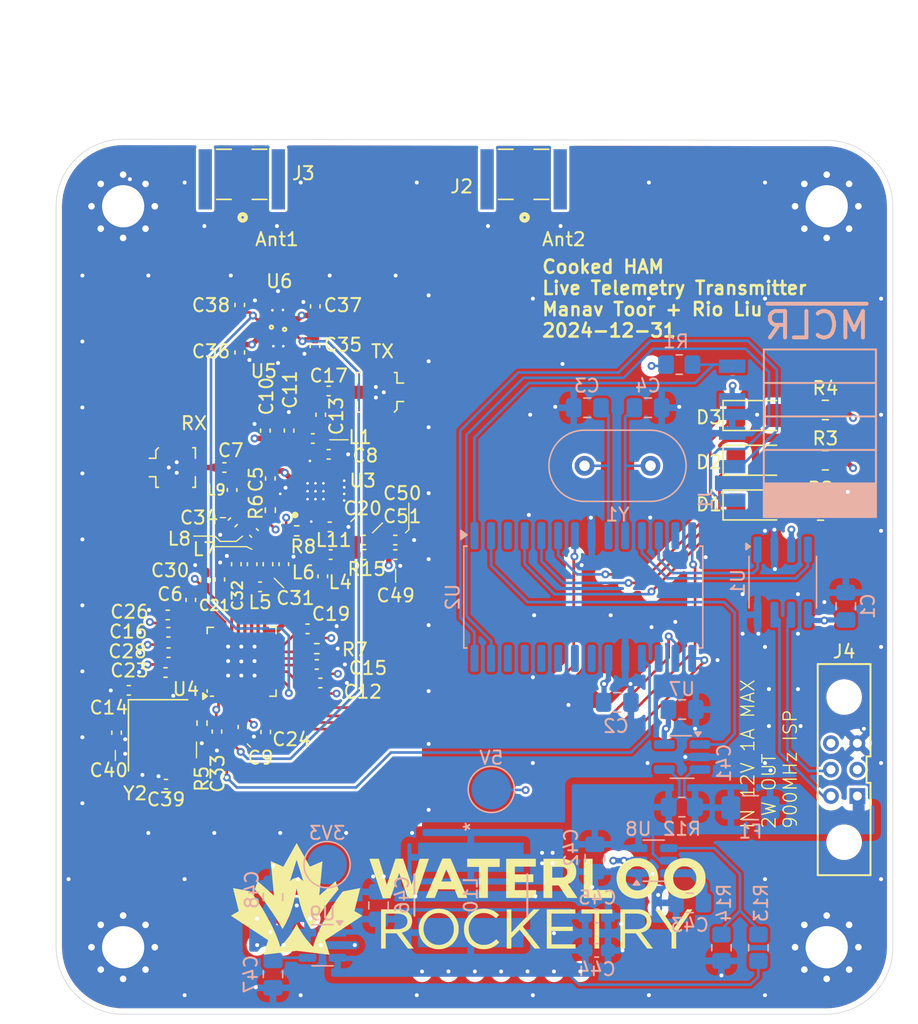
<source format=kicad_pcb>
(kicad_pcb (version 20240108) (generator "pcbnew") (generator_version "8.0")
  (layers (0 "F.Cu" signal) (1 "In1.Cu" power) (2 "In2.Cu" power) (31 "B.Cu" signal) (34 "B.Paste" user) (35 "F.Paste" user) (36 "B.SilkS" user "B.Silkscreen") (37 "F.SilkS" user "F.Silkscreen") (38 "B.Mask" user) (39 "F.Mask" user) (44 "Edge.Cuts" user))
  (net 0 "")
  (net 1 "+5V")
  (net 2 "GND")
  (net 3 "/MCU/OSC1")
  (net 4 "/MCU/OSC2")
  (net 5 "Net-(U4-LPF1)")
  (net 6 "Net-(U4-LPF0)")
  (net 7 "+3V3")
  (net 8 "Net-(U4-DCPL_XOSC)")
  (net 9 "Net-(U4-DCPL_PFD_CHP)")
  (net 10 "Net-(U4-DCPL_VCO)")
  (net 11 "/RF/EXT-PA")
  (net 12 "Net-(U4-DCPL)")
  (net 13 "/RF/TX")
  (net 14 "/RF/TRX-PA")
  (net 15 "Net-(RX_TP1-In)")
  (net 16 "/RF/RX")
  (net 17 "Net-(C13-Pad1)")
  (net 18 "/RF/Antenna_Switch")
  (net 19 "Net-(TX_TP1-In)")
  (net 20 "/RF/XOSC_Q2")
  (net 21 "/RF/LNA+")
  (net 22 "/RF/XOSC_Q1")
  (net 23 "+12V")
  (net 24 "Net-(U8-VBST)")
  (net 25 "Net-(U8-SW)")
  (net 26 "Net-(U9-BP)")
  (net 27 "/MCU/LED_GREEN")
  (net 28 "Net-(D1-A)")
  (net 29 "/MCU/LED_BLUE")
  (net 30 "Net-(D2-A)")
  (net 31 "Net-(D3-A)")
  (net 32 "/MCU/LED_RED")
  (net 33 "Net-(U7-IN+)")
  (net 34 "Net-(J4-Pin_1)")
  (net 35 "/MCU/~{MCLR}")
  (net 36 "/MCU/ICSPDAT")
  (net 37 "/MCU/ICSPCLK")
  (net 38 "Net-(J2-In)")
  (net 39 "Net-(J3-In)")
  (net 40 "CANH")
  (net 42 "CANL")
  (net 43 "Net-(U4-EXT_XOSC)")
  (net 44 "Net-(U4-RBIAS)")
  (net 45 "Net-(U3-V_{EN1})")
  (net 46 "Net-(U3-V_{EN2})")
  (net 47 "Net-(U8-VFB)")
  (net 48 "/MCU/CAN_RX")
  (net 49 "/MCU/CAN_TX")
  (net 50 "/MCU/MOSI")
  (net 52 "/MCU/CURR_AMP_CAN")
  (net 55 "/MCU/RESET")
  (net 57 "/MCU/SCLK")
  (net 61 "/MCU/CS")
  (net 63 "/MCU/MISO")
  (net 67 "Net-(U5-RFC)")
  (net 68 "/RF/LNA-")
  (net 69 "Net-(C34-Pad1)")
  (net 70 "/RF/SW")
  (net 71 "Net-(C51-Pad2)")
  (net 72 "Net-(C31-Pad2)")
  (footprint "Inductor_SMD:L_0402_1005Metric_Pad0.77x0.64mm_HandSolder" (layer "F.Cu") (at 126.62125 108.12875 90)
    (property "Reference" "L7")
    (property "Value" "12nH")
  )
  (footprint "Capacitor_SMD:C_0402_1005Metric_Pad0.74x0.62mm_HandSolder" (layer "F.Cu") (at 121.97125 110.83875 -90)
    (property "Reference" "C6")
    (property "Value" "1.5nF")
  )
  (footprint "Capacitor_SMD:C_0402_1005Metric_Pad0.74x0.62mm_HandSolder" (layer "F.Cu") (at 132.505 105.3)
    (property "Reference" "C20")
    (property "Value" "5.2pF")
  )
  (footprint "MountingHole:MountingHole_3.2mm_M3_Pad_Via" (layer "F.Cu") (at 116.84 81)
    (property "Reference" "H3" (hide yes))
    (property "Value" "MountingHole_Pad")
  )
  (footprint "Capacitor_SMD:C_0402_1005Metric_Pad0.74x0.62mm_HandSolder" (layer "F.Cu") (at 131.8225 96.8 90)
    (property "Reference" "C13")
    (property "Value" "20pF")
  )
  (footprint "Capacitor_SMD:C_0402_1005Metric_Pad0.74x0.62mm_HandSolder" (layer "F.Cu") (at 125.68125 92.08125 -90)
    (property "Reference" "C36")
    (property "Value" "DNM")
  )
  (footprint "MountingHole:MountingHole_3.2mm_M3_Pad_Via" (layer "F.Cu") (at 170.18 81)
    (property "Reference" "H1" (hide yes))
    (property "Value" "MountingHole_Pad")
  )
  (footprint "Capacitor_SMD:C_0402_1005Metric_Pad0.74x0.62mm_HandSolder" (layer "F.Cu") (at 130.82125 113.02875)
    (property "Reference" "C19")
    (property "Value" "47nF")
  )
  (footprint "Capacitor_SMD:C_0402_1005Metric_Pad0.74x0.62mm_HandSolder" (layer "F.Cu") (at 120.27125 113.28875 180)
    (property "Reference" "C16")
    (property "Value" "47nF")
  )
  (footprint "GRF:QFN50P300X300X85-17N" (layer "F.Cu") (at 131.38 102.525 90)
    (property "Reference" "U3" (hide yes))
    (property "Value" "GRF5509" (hide yes))
  )
  (footprint "Capacitor_SMD:C_0402_1005Metric_Pad0.74x0.62mm_HandSolder" (layer "F.Cu") (at 125.42125 108.12875 90)
    (property "Reference" "C32")
    (property "Value" "3.3pF")
  )
  (footprint "Crystal:Crystal_SMD_3225-4Pin_3.2x2.5mm_HandSoldering" (layer "F.Cu") (at 119.49125 121.10125 -90)
    (property "Reference" "Y2")
    (property "Value" "40MHz")
  )
  (footprint "Resistor_SMD:R_0402_1005Metric_Pad0.72x0.64mm_HandSolder" (layer "F.Cu") (at 135.0725 107.4 180)
    (property "Reference" "R15")
    (property "Value" "10")
  )
  (footprint "Package_DFN_QFN:QFN-32-1EP_5x5mm_P0.5mm_EP3.45x3.45mm" (layer "F.Cu") (at 125.82125 115.52625 90)
    (property "Reference" "U4")
    (property "Value" "CC1200")
  )
  (footprint "Capacitor_SMD:C_0402_1005Metric_Pad0.74x0.62mm_HandSolder" (layer "F.Cu") (at 131.78875 117.12875)
    (property "Reference" "C12")
    (property "Value" "47nF")
  )
  (footprint "Capacitor_SMD:C_0402_1005Metric_Pad0.74x0.62mm_HandSolder" (layer "F.Cu") (at 127.82125 108.12875 90)
    (property "Reference" "C31")
    (property "Value" "3.3pF")
  )
  (footprint "Capacitor_SMD:C_0402_1005Metric_Pad0.74x0.62mm_HandSolder" (layer "F.Cu") (at 137.4725 106.3)
    (property "Reference" "C50")
    (property "Value" "10nF")
  )
  (footprint "Connector_Coaxial:U.FL_Molex_MCRF_73412-0110_Vertical" (layer "F.Cu") (at 120.8175 100.8 90)
    (property "Reference" "RX")
    (property "Value" "Conn_Coaxial")
  )
  (footprint "Capacitor_SMD:C_0402_1005Metric_Pad0.74x0.62mm_HandSolder" (layer "F.Cu") (at 116.34125 120.90125 -90)
    (property "Reference" "C40")
    (property "Value" "15pF")
  )
  (footprint "Capacitor_SMD:C_0402_1005Metric_Pad0.74x0.62mm_HandSolder" (layer "F.Cu") (at 131.40625 88.58875 90)
    (property "Reference" "C37")
    (property "Value" "DNM")
  )
  (footprint "Capacitor_SMD:C_0402_1005Metric_Pad0.74x0.62mm_HandSolder" (layer "F.Cu") (at 132.4225 95)
    (property "Reference" "C17")
    (property "Value" "120pF")
  )
  (footprint "Resistor_SMD:R_0805_2012Metric_Pad1.20x1.40mm_HandSolder" (layer "F.Cu") (at 170.0775 100.25)
    (property "Reference" "R3")
    (property "Value" "330R")
  )
  (footprint "Capacitor_SMD:C_0402_1005Metric_Pad0.74x0.62mm_HandSolder" (layer "F.Cu") (at 120.09125 124.80125 180)
    (property "Reference" "C39")
    (property "Value" "15pF")
  )
  (footprint "Inductor_SMD:L_0402_1005Metric_Pad0.77x0.64mm_HandSolder" (layer "F.Cu") (at 127.22125 109.84375 180)
    (property "Reference" "L5")
    (property "Value" "15nH")
  )
  (footprint "Resistor_SMD:R_0402_1005Metric_Pad0.72x0.64mm_HandSolder" (layer "F.Cu") (at 128 104.0325 90)
    (property "Reference" "R6")
    (property "Value" "6.8K")
  )
  (footprint "Inductor_SMD:L_0402_1005Metric_Pad0.77x0.64mm_HandSolder" (layer "F.Cu") (at 132.5725 107.4 180)
    (property "Reference" "L11")
    (property "Value" "10nH")
  )
  (footprint "Inductor_SMD:L_0402_1005Metric_Pad0.77x0.64mm_HandSolder" (layer "F.Cu") (at 129.02125 108.12875 90)
    (property "Reference" "L6")
    (property "Value" "12nH")
  )
  (footprint "Resistor_SMD:R_0805_2012Metric_Pad1.20x1.40mm_HandSolder" (layer "F.Cu") (at 169.7125 104.06)
    (property "Reference" "R2")
    (property "Value" "330R")
  )
  (footprint "Capacitor_SMD:C_0402_1005Metric_Pad0.74x0.62mm_HandSolder" (layer "F.Cu") (at 125.68125 88.48125 -90)
    (property "Reference" "C38")
    (property "Value" "100pF")
  )
  (footprint "Capacitor_SMD:C_0402_1005Metric_Pad0.74x0.62mm_HandSolder" (layer "F.Cu") (at 125.154819 104.954819 -135)
    (property "Reference" "C34")
    (property "Value" "DNM")
  )
  (footprint "Team_Logo:Logo_Horizontal_Silkscreen_10mm" (layer "F.Cu") (at 143 133.5)
    (property "Reference" "G***" (hide yes))
    (property "Value" "LOGO" (hide yes))
  )
  (footprint "Inductor_SMD:L_0402_1005Metric_Pad0.77x0.64mm_HandSolder" (layer "F.Cu") (at 126.759638 105.759638 135)
    (property "Reference" "L8")
    (property "Value" "DNM")
  )
  (footprint "Capacitor_SMD:C_0402_1005Metric_Pad0.74x0.62mm_HandSolder" (layer "F.Cu") (at 124.5175 100.8 180)
    (property "Reference" "C7")
    (property "Value" "120pF")
  )
  (footprint "Capacitor_SMD:C_0402_1005Metric_Pad0.74x0.62mm_HandSolder" (layer "F.Cu") (at 120.05375 116.33875 180)
    (property "Reference" "C23")
    (property "Value" "47nF")
  )
  (footprint "Capacitor_SMD:C_0402_1005Metric_Pad0.74x0.62mm_HandSolder" (layer "F.Cu") (at 123.07125 109.33875 90)
    (property "Reference" "C30")
    (property "Value" "47nF")
  )
  (footprint "Capacitor_SMD:C_0402_1005Metric_Pad0.74x0.62mm_HandSolder" (layer "F.Cu") (at 123.95 120.8175 -90)
    (property "Reference" "C33")
    (property "Value" "47nF")
  )
  (footprint "Capacitor_SMD:C_0402_1005Metric_Pad0.74x0.62mm_HandSolder" (layer "F.Cu") (at 117.27125 117.68875 180)
    (property "Reference" "C14")
    (property "Value" "47nF")
  )
  (footprint "Resistor_SMD:R_0402_1005Metric_Pad0.72x0.64mm_HandSolder" (layer "F.Cu") (at 122.82125 120.17625 90)
    (property "Reference" "R5")
    (property "Value" "0R")
  )
  (footprint "Resistor_SMD:R_0805_2012Metric_Pad1.20x1.40mm_HandSolder" (layer "F.Cu") (at 170.0775 96.44)
    (property "Reference" "R4")
    (property "Value" "330R")
  )
  (footprint "EMPCB_SMAFSTJ_B_HT:TAOGLAS_EMPCB.SMAFSTJ.B.HT" (layer "F.Cu") (at 147.20075 78.9585 180)
    (property "Reference" "J2")
    (property "Value" "Conn_Coaxial")
  )
  (footprint "LED_SMD:LED_1206_3216Metric_Pad1.42x1.75mm_HandSolder" (layer "F.Cu") (at 164.78 100.25)
    (property "Reference" "D2")
    (property "Value" "LED_BLUE")
  )
  (footprint "Resistor_SMD:R_0402_1005Metric_Pad0.72x0.64mm_HandSolder" (layer "F.Cu") (at 130 105.6)
    (property "Reference" "R8")
    (property "Value" "3.3K")
  )
  (footprint "Capacitor_SMD:C_0402_1005Metric_Pad0.74x0.62mm_HandSolder" (layer "F.Cu") (at 132.4225 99.8)
    (property "Reference" "C8")
    (property "Value" "12pF")
  )
  (footprint "Capacitor_SMD:C_0402_1005Metric_Pad0.74x0.62mm_HandSolder" (layer "F.Cu") (at 129.4225 98 90)
    (property "Reference" "C11")
    (property "Value" "100pF")
  )
  (footprint "Inductor_SMD:L_0402_1005Metric_Pad0.77x0.64mm_HandSolder" (layer "F.Cu") (at 131.975 109.05 90)
    (property "Reference" "L4")
    (property "Value" "9nH")
  )
  (footprint "Inductor_SMD:L_0402_1005Metric_Pad0.77x0.64mm_HandSolder" (layer "F.Cu") (at 131.2225 98.6)
    (property "Reference" "L1")
    (property "Value" "24nH")
  )
  (footprint "MountingHole:MountingHole_3.2mm_M3_Pad_Via" (layer "F.Cu") (at 170.18 137.16)
    (property "Reference" "H2" (hide yes))
    (property "Value" "MountingHole_Pad")
  )
  (footprint "LED_SMD:LED_1206_3216Metric_Pad1.42x1.75mm_HandSolder" (layer "F.Cu") (at 164.78 103.64)
    (property "Reference" "D1")
    (property "Value" "LED_GREEN")
  )
  (footprint "EMPCB_SMAFSTJ_B_HT:TAOGLAS_EMPCB.SMAFSTJ.B.HT" (layer "F.Cu") (at 125.83 78.9585 180)
    (property "Reference" "J3")
    (property "Value" "Conn_Coaxial")
  )
  (footprint "Capacitor_SMD:C_0402_1005Metric_Pad0.74x0.62mm_HandSolder" (layer "F.Cu") (at 120.283013 114.834829 180)
    (property "Reference" "C28")
    (property "Value" "47nF")
  )
  (footprint "Resistor_SMD:R_0402_1005Metric_Pad0.72x0.64mm_HandSolder" (layer "F.Cu") (at 131.52125 114.52875 180)
    (property "Reference" "R7")
    (property "Value" "56K")
  )
  (footprint "PE42424A:DFN6_1P5X1P5-0P5_PSM" (layer "F.Cu") (at 128.58125 91.621249 -90)
    (property "Reference" "U5")
    (property "Value" "PE42424")
  )
  (footprint "Capacitor_SMD:C_0402_1005Metric_Pad0.74x0.62mm_HandSolder" (layer "F.Cu") (at 127.65 120.85 -90)
    (property "Reference" "C24")
    (property "Value" "220nF")
  )
  (footprint "Capacitor_SMD:C_0402_1005Metric_Pad0.74x0.62mm_HandSolder" (layer "F.Cu") (at 137.4725 107.4)
    (property "Reference" "C49")
    (property "Value" "100pF")
  )
  (footprint "Capacitor_SMD:C_0402_1005Metric_Pad0.74x0.62mm_HandSolder" (layer "F.Cu") (at 128 101.6325 -90)
    (property "Reference" "C5")
    (property "Value" "0.1uF")
  )
  (footprint "LED_SMD:LED_1206_3216Metric_Pad1.42x1.75mm_HandSolder" (layer "F.Cu") (at 164.78 96.86)
    (property "Reference" "D3")
    (property "Value" "LED_RED")
  )
  (footprint "MountingHole:MountingHole_3.2mm_M3_Pad_Via" (layer "F.Cu") (at 116.84 137.16)
    (property "Reference" "H4" (hide yes))
    (property "Value" "MountingHole_Pad")
  )
  (footprint "PE42424A:DFN6_1P5X1P5-0P5_PSM" (layer "F.Cu") (at 128.58125 88.871249 90)
    (property "Reference" "U6")
    (property "Value" "PE42424")
  )
  (footprint "Capacitor_SMD:C_0402_1005Metric_Pad0.74x0.62mm_HandSolder" (layer "F.Cu") (at 127.6225 98 90)
    (property "Reference" "C10")
    (property "Value" "0.1uF")
  )
  (footprint "Capacitor_SMD:C_0402_1005Metric_Pad0.74x0.62mm_HandSolder" (layer "F.Cu") (at 124.17125 109.28875 90)
    (property "Reference" "C21")
    (property "Value" "10nF")
  )
  (footprint "Inductor_SMD:L_0402_1005Metric_Pad0.77x0.64mm_HandSolder" (layer "F.Cu") (at 125.1 102.5 90)
    (property "Reference" "L9")
    (property "Value" "DNM")
  )
  (footprint "Connector_Coaxial:U.FL_Molex_MCRF_73412-0110_Vertical" (layer "F.Cu") (at 136.1 95.1 -90)
    (property "Reference" "TX")
    (property "Value" "Conn_Coaxial")
  )
  (footprint "Capacitor_SMD:C_0402_1005Metric_Pad0.74x0.62mm_HandSolder" (layer "F.Cu") (at 125.92125 120.4675 -90)
    (property "Reference" "C9")
    (property "Value" "47nF")
  )
  (footprint "canhw_footprints:connector_Harwin_M80-5000642" (layer "F.Cu") (at 171.5 123.7 90)
    (property "Reference" "J4")
    (property "Value" "CAN connector")
  )
  (footprint "Capacitor_SMD:C_0402_1005Metric_Pad0.74x0.62mm_HandSolder" (layer "F.Cu") (at 131.52125 115.72875)
    (property "Reference" "C15")
    (property "Value" "47nF")
  )
  (footprint "Capacitor_SMD:C_0402_1005Metric_Pad0.74x0.62mm_HandSolder" (layer "F.Cu") (at 135.0725 106.3 180)
    (property "Reference" "C51")
    (property "Value" "33pF")
  )
  (footprint "Capacitor_SMD:C_0402_1005Metric_Pad0.74x0.62mm_HandSolder" (layer "F.Cu") (at 120.22125 111.97875 180)
    (property "Reference" "C26")
    (property "Value" "47nF")
  )
  (footprint "Capacitor_SMD:C_0402_1005Metric_Pad0.74x0.62mm_HandSolder" (layer "F.Cu") (at 131.38125 91.58125 -90)
    (property "Reference" "C35")
    (property "Value" "100pF")
  )
  (footprint "Package_TO_SOT_SMD:SOT-23-5_HandSoldering" (layer "B.Cu") (at 159.215 122.7425 180)
    (property "Reference" "U7")
    (property "Value" "INA180")
  )
  (footprint "Capacitor_SMD:C_0603_1608Metric_Pad1.08x0.95mm_HandSolder" (layer "B.Cu") (at 152.7375 134.8)
    (property "Reference" "C45")
    (property "Value" "22uF")
  )
  (footprint "Capacitor_SMD:C_0805_2012Metric_Pad1.18x1.45mm_HandSolder" (layer "B.Cu") (at 171.6275 111.3175 90)
    (property "Reference" "C1")
    (property "Value" "10 uF")
  )
  (footprint "Resistor_SMD:R_0805_2012Metric_Pad1.20x1.40mm_HandSolder" (layer "B.Cu") (at 159.2 126.5425)
    (property "Reference" "R12")
    (property "Value" "25mR")
  )
  (footprint "Capacitor_SMD:C_0805_2012Metric_Pad1.18x1.45mm_HandSolder" (layer "B.Cu") (at 152.6 130.4 -90)
    (property "Reference" "C42")
    (property "Value" "10uF")
  )
  (footprint "Capacitor_SMD:C_0805_2012Metric_Pad1.18x1.45mm_HandSolder" (layer "B.Cu") (at 152.03 96.27 180)
    (property "Reference" "C3")
    (property "Value" "27 pF")
  )
  (footprint "Capacitor_SMD:C_0805_2012Metric_Pad1.18x1.45mm_HandSolder" (layer "B.Cu") (at 128.2 139.2 -90)
    (property "Reference" "C47")
    (property "Value" "10 nF")
  )
  (footprint "Package_SO:SOIC-28W_7.5x17.9mm_P1.27mm" (layer "B.Cu") (at 151.725 110.62 -90)
    (property "Reference" "U2")
    (property "Value" "PIC18F26K83")
  )
  (footprint "Resistor_SMD:R_0805_2012Metric_Pad1.20x1.40mm_HandSolder" (layer "B.Cu") (at 162.2 137.2 -90)
    (property "Reference" "R14")
    (property "Value" "10K")
  )
  (footprint "Package_TO_SOT_SMD:SOT-23-6" (layer "B.Cu") (at 157.0625 130.6)
    (property "Reference" "U8")
    (property "Value" "TPS562200")
  )
  (footprint "TestPoint:TestPoint_Pad_D3.0mm" (layer "B.Cu") (at 132.3 130.9 180)
    (property "Reference" "3V3")
    (property "Value" "TP_3V3")
  )
  (footprint "Package_SO:SOIC-8_3.9x4.9mm_P1.27mm" (layer "B.Cu") (at 166.8475 109.49 -90)
    (property "Reference" "U1")
    (property "Value" "MCP2562")
  )
  (footprint "Package_TO_SOT_SMD:SOT-23-5" (layer "B.Cu") (at 131.955 137.01 180)
    (property "Reference" "U9")
    (property "Value" "SPX3819M5-L-3-3")
  )
  (footprint "canhw_footprints:PinSocket_5x2.54_SMD_90deg_952-3198-1-ND" (layer "B.Cu") (at 163.0125 103.28 90)
    (property "Reference" "J1")
    (property "Value" "Programming Header")
  )
  (footprint "Capacitor_SMD:C_0603_1608Metric_Pad1.08x0.95mm_HandSolder" (layer "B.Cu") (at 152.7375 137.4)
    (property "Reference" "C44")
    (property "Value" "22uF")
  )
  (footprint "Capacitor_SMD:C_0805_2012Metric_Pad1.18x1.45mm_HandSolder" (layer "B.Cu") (at 159.215 119.1425)
    (property "Reference" "C41")
    (property "Value" "0.1uF")
  )
  (footprint "Capacitor_SMD:C_0805_2012Metric_Pad1.18x1.45mm_HandSolder" (layer "B.Cu") (at 136.2 134 90)
    (property "Reference" "C46")
    (property "Value" "1 uF")
  )
  (footprint "Capacitor_SMD:C_0805_2012Metric_Pad1.18x1.45mm_HandSolder" (layer "B.Cu") (at 128.2 133.3625 90)
    (property "Reference" "C48")
    (property "Value" "2.2 uF")
  )
  (footprint "Resistor_SMD:R_0805_2012Metric_Pad1.20x1.40mm_HandSolder" (layer "B.Cu") (at 159 93)
    (property "Reference" "R1")
    (property "Value" "10K")
  )
  (footprint "Resistor_SMD:R_0805_2012Metric_Pad1.20x1.40mm_HandSolder" (layer "B.Cu") (at 165 137.2 90)
    (property "Reference" "R13")
    (property "Value" "56.2K")
  )
  (footprint "Fuse:Fuse_1206_3216Metric_Pad1.42x1.75mm_HandSolder" (layer "B.Cu") (at 164.4 126.585)
    (property "Reference" "F1")
    (property "Value" "Polyfuse 1A")
  )
  (footprint "TestPoint:TestPoint_Pad_D3.0mm" (layer "B.Cu") (at 144.75 125.2 180)
    (property "Reference" "5V")
    (property "Value" "TP_5V")
  )
  (footprint "Capacitor_SMD:C_0805_2012Metric_Pad1.18x1.45mm_HandSolder" (layer "B.Cu") (at 154.3 118.6 180)
    (property "Reference" "C2")
    (property "Value" "0.1 uF")
  )
  (footprint "Capacitor_SMD:C_0805_2012Metric_Pad1.18x1.45mm_HandSolder" (layer "B.Cu") (at 159.8 133.8)
    (property "Reference" "C43")
    (property "Value" "100nF")
  )
  (footprint "Crystal:Resonator-2Pin_W10.0mm_H5.0mm" (layer "B.Cu") (at 151.82 100.67)
    (property "Reference" "Y1")
    (property "Value" "Crystal")
  )
  (footprint "Capacitor_SMD:C_0805_2012Metric_Pad1.18x1.45mm_HandSolder" (layer "B.Cu") (at 156.63 96.27)
    (property "Reference" "C4")
    (property "Value" "27 pF")
  )
  (footprint "SRN8040_4R7Y:IND_BOURNS_SRN8040" (layer "B.Cu") (at 143.2 133.2 -90)
    (property "Reference" "L10")
    (property "Value" "4.7uH")
  )
  (gr_arc (start 126.613453 86.743398) (mid 126.049996 85.9187) (end 125.868999 84.936432) (stroke (width 0.4166)) (layer "F.Cu") (net 39))
  (gr_arc (start 125.37356 104.419709) (mid 125.163072 104.008039) (end 125.1 103.55) (stroke (width 0.4166)) (layer "F.Cu") (net 69))
  (gr_arc (start 132.004165 85.208341) (mid 132.370994 84.907626) (end 132.832957 84.8) (stroke (width 0.4166)) (layer "F.Cu") (net 38))
  (gr_arc (start 125.083042 95.619136) (mid 125.175 95.3) (end 125.352036 95.018998) (stroke (width 0.4166)) (layer "F.Cu") (net 16))
  (gr_arc (start 147.225 83.797651) (mid 146.960179 84.502867) (end 146.266283 84.796111) (stroke (width 0.4166)) (layer "F.Cu") (net 38))
  (gr_line (start 124.2 106.4) (end 125.4 106.4) (stroke (width 0.1)) (layer "F.SilkS"))
  (gr_line (start 138.5 103.5) (end 138.5 105.5) (stroke (width 0.1)) (layer "F.SilkS"))
  (gr_line (start 138.5 105.5) (end 138.25 105.75) (stroke (width 0.1)) (layer "F.SilkS"))
  (gr_line (start 124.2 104.6) (end 124.6 104.6) (stroke (width 0.1)) (layer "F.SilkS"))
  (gr_line (start 137.5 108.5) (end 137.5 109.5) (stroke (width 0.1)) (layer "F.SilkS"))
  (gr_line (start 126.6 107) (end 126.2 106.8) (stroke (width 0.1)) (layer "F.SilkS"))
  (gr_line (start 126.15 106.8) (end 123.85 106.8) (stroke (width 0.1)) (layer "F.SilkS"))
  (gr_line (start 122.4 121.6) (end 122.4 122.8) (stroke (width 0.1)) (layer "F.SilkS"))
  (gr_line (start 123.8 106) (end 124.2 106.4) (stroke (width 0.1)) (layer "F.SilkS"))
  (gr_line (start 132.5 98.7) (end 133.9 98.7) (stroke (width 0.1)) (layer "F.SilkS"))
  (gr_line (start 126.25 121.75) (end 126.5 122) (stroke (width 0.1)) (layer "F.SilkS"))
  (gr_line (start 116.25 122.25) (end 116.25 123) (stroke (width 0.1)) (layer "F.SilkS"))
  (gr_line (start 128.3 109.2) (end 129 109.9) (stroke (width 0.1)) (layer "F.SilkS"))
  (gr_line (start 122.2 106) (end 123.8 106) (stroke (width 0.1)) (layer "F.SilkS"))
  (gr_line (start 136.5 105) (end 135.75 105.75) (stroke (width 0.1)) (layer "F.SilkS"))
  (gr_line (start 125.4 106.4) (end 125.9 106) (stroke (width 0.1)) (layer "F.SilkS"))
  (gr_line (start 134.1 104.9) (end 134.4 104.6) (stroke (width 0.1)) (layer "F.SilkS"))
  (gr_line (start 175.19 81) (end 175.19 137.16) (stroke (width 0.05)) (layer "Edge.Cuts"))
  (gr_arc (start 170.19 76) (mid 173.725534 77.464466) (end 175.19 81) (stroke (width 0.05)) (layer "Edge.Cuts"))
  (gr_line (start 111.76 137.16) (end 111.76 81) (stroke (width 0.05)) (layer "Edge.Cuts"))
  (gr_arc (start 111.76 81) (mid 113.247898 77.407898) (end 116.84 75.92) (stroke (width 0.05)) (layer "Edge.Cuts"))
  (gr_line (start 170.11 142.24) (end 116.84 142.24) (stroke (width 0.05)) (layer "Edge.Cuts"))
  (gr_arc (start 116.84 142.24) (mid 113.247898 140.752102) (end 111.76 137.16) (stroke (width 0.05)) (layer "Edge.Cuts"))
  (gr_arc (start 175.19 137.16) (mid 173.702102 140.752102) (end 170.11 142.24) (stroke (width 0.05)) (layer "Edge.Cuts"))
  (gr_line (start 170.19 76) (end 116.84 75.92) (stroke (width 0.05)) (layer "Edge.Cuts"))
  (gr_text "~{MCLR}" (at 173.6 91.2 0) (layer "B.SilkS") (effects (font (size 2 2) (thickness 0.3)) (justify left bottom mirror)))
  (gr_text "U3" (at 135 101.8 0) (layer "F.SilkS") (effects (font (size 1 1))))
  (gr_text "Cooked HAM\nLive Telemetry Transmitter\nManav Toor + Rio Liu\n2024-12-31\n" (at 148.5 91 0) (layer "F.SilkS") (effects (font (size 1 1) (thickness 0.2) (bold yes)) (justify left bottom)))
  (gr_text "IN 12V 1A MAX\n2W OUT\n900MHz ISP" (at 168 128.25 90) (layer "F.SilkS") (effects (font (size 1 1) (thickness 0.1)) (justify left bottom)))
  (gr_text "Ant2" (at 150.25 83.5 0) (layer "F.SilkS") (effects (font (size 1.000961 1.000961))))
  (gr_text "Ant1" (at 128.5 83.5 0) (layer "F.SilkS") (effects (font (size 1.000961 1.000961))))
  (segment (start 129.2 105.3975) (end 129.4025 105.6) (width 0.2) (layer "F.Cu") (net 1))
  (segment (start 127.59 98.6) (end 127.6225 98.5675) (width 0.4166) (layer "F.Cu") (net 1))
  (segment (start 171.58 100.25) (end 172.18 100.85) (width 0.4) (layer "F.Cu") (net 1))
  (segment (start 171.78 102.65) (end 171.78 102.9925) (width 0.4) (layer "F.Cu") (net 1))
  (segment (start 171.78 102.9925) (end 170.7125 104.06) (width 0.4) (layer "F.Cu") (net 1))
  (segment (start 127.6225 98.5675) (end 128.6 98.5675) (width 0.4166) (layer "F.Cu") (net 1))
  (segment (start 129.455 98.6) (end 129.4225 98.5675) (width 0.4166) (layer "F.Cu") (net 1))
  (segment (start 171.0775 100.25) (end 171.58 100.25) (width 0.4) (layer "F.Cu") (net 1))
  (segment (start 171.57 96.44) (end 172.18 97.05) (width 0.4) (layer "F.Cu") (net 1))
  (segment (start 128.965 101.065) (end 128 101.065) (width 0.4166) (layer "F.Cu") (net 1))
  (segment (start 128.6 99.7) (end 129.925 101.025) (width 0.4166) (layer "F.Cu") (net 1))
  (segment (start 129.1 101.2) (end 129.6167 101.7167) (width 0.4166) (layer "F.Cu") (net 1))
  (segment (start 128 104.63) (end 128 105.1) (width 0.2) (layer "F.Cu") (net 1))
  (segment (start 130.65 98.6) (end 129.455 98.6) (width 0.4166) (layer "F.Cu") (net 1))
  (segment (start 129.1 101.2) (end 128.965 101.065) (width 0.4166) (layer "F.Cu") (net 1))
  (segment (start 129.6167 101.7167) (end 129.88 101.7167) (width 0.4166) (layer "F.Cu") (net 1))
  (segment (start 171.0775 96.44) (end 171.57 96.44) (width 0.4) (layer "F.Cu") (net 1))
  (segment (start 129.2 104.6) (end 129.2 105.3975) (width 0.2) (layer "F.Cu") (net 1))
  (segment (start 129.925 101.025) (end 130.5717 101.025) (width 0.4166) (layer "F.Cu") (net 1))
  (segment (start 128 105.1) (end 128.4 105.5) (width 0.2) (layer "F.Cu") (net 1))
  (segment (start 128.6 98.5675) (end 129.4225 98.5675) (width 0.4166) (layer "F.Cu") (net 1))
  (segment (start 126.8 98.6) (end 127.59 98.6) (width 0.4166) (layer "F.Cu") (net 1))
  (segment (start 128.6 98.5675) (end 128.6 99.7) (width 0.4166) (layer "F.Cu") (net 1))
  (via (at 153.3 117.2) (size 0.6) (drill 0.3) (layers "F.Cu" "B.Cu") (net 1))
  (via (at 147.5 139) (size 0.6) (drill 0.3) (layers "F.Cu" "B.Cu") (net 1))
  (via (at 141.5 139) (size 0.6) (drill 0.3) (layers "F.Cu" "B.Cu") (net 1))
  (via (at 158 120.6) (size 0.6) (drill 0.3) (layers "F.Cu" "B.Cu") (net 1))
  (via (at 149.5 139) (size 0.6) (drill 0.3) (layers "F.Cu" "B.Cu") (net 1))
  (via (at 129.2 104.6) (size 0.6) (drill 0.3) (layers "F.Cu" "B.Cu") (net 1))
  (via (at 167.5 105.5) (size 0.6) (drill 0.3) (layers "F.Cu" "B.Cu") (net 1))
  (via (at 172.18 97.05) (size 0.6) (drill 0.3) (layers "F.Cu" "B.Cu") (net 1))
  (via (at 145.5 139) (size 0.6) (drill 0.3) (layers "F.Cu" "B.Cu") (net 1))
  (via (at 170 112.4) (size 0.6) (drill 0.3) (layers "F.Cu" "B.Cu") (net 1))
  (via (at 149.5 136.1) (size 0.6) (drill 0.3) (layers "F.Cu" "B.Cu") (net 1))
  (via (at 126.8 98.6) (size 0.6) (drill 0.3) (layers "F.Cu" "B.Cu") (net 1))
  (via (at 128.4 105.5) (size 0.6) (drill 0.3) (layers "F.Cu" "B.Cu") (net 1))
  (via (at 147.35 125.25) (size 0.6) (drill 0.3) (layers "F.Cu" "B.Cu") (net 1))
  (via (at 163.05 94.6) (size 0.6) (drill 0.3) (layers "F.Cu" "B.Cu") (net 1))
  (via (at 171.78 102.65) (size 0.6) (drill 0.3) (layers "F.Cu" "B.Cu") (net 1))
  (via (at 156.9 93.1) (size 0.6) (drill 0.3) (layers "F.Cu" "B.Cu") (net 1))
  (via (at 151.5 139) (size 0.6) (drill 0.3) (layers "F.Cu" "B.Cu") (net 1))
  (via (at 139.5 139) (size 0.6) (drill 0.3) (layers "F.Cu" "B.Cu") (net 1))
  (via (at 172.18 100.85) (size 0.6) (drill 0.3) (layers "F.Cu" "B.Cu") (net 1))
  (via (at 143.5 139) (size 0.6) (drill 0.3) (layers "F.Cu" "B.Cu") (net 1))
  (via (at 129.1 101.2) (size 0.6) (drill 0.3) (layers "F.Cu" "B.Cu") (net 1))
  (segment (start 165 138.2) (end 165 139.4) (width 0.2) (layer "B.Cu") (net 1))
  (segment (start 165 139.4) (end 164.4 140) (width 0.2) (layer "B.Cu") (net 1))
  (segment (start 163.0125 94.6375) (end 163.0125 95.66) (width 0.4) (layer "B.Cu") (net 1))
  (segment (start 144.75 125.2) (end 144.75 125.25) (width 0.2) (layer "B.Cu") (net 1))
  (segment (start 170 112.4) (end 169.1875 112.4) (width 0.4) (layer "B.Cu") (net 1))
  (segment (start 171.6275 112.355) (end 170.045 112.355) (width 0.4) (layer "B.Cu") (net 1))
  (segment (start 170.045 112.355) (end 170 112.4) (width 0.4) (layer "B.Cu") (net 1))
  (segment (start 151.4 140) (end 149.8 138.4) (width 0.2) (layer "B.Cu") (net 1))
  (segment (start 157.865 120.735) (end 158 120.6) (width 0.4) (layer "B.Cu") (net 1))
  (segment (start 147.35 125.25) (end 144.75 125.2) (width 0.2) (layer "B.Cu") (net 1))
  (segment (start 158.1775 119.1425) (end 158.1775 120.4225) (width 0.4) (layer "B.Cu") (net 1))
  (segment (start 167.5 106.9975) (end 167.4825 107.015) (width 0.4) (layer "B.Cu") (net 1))
  (segment (start 169.1875 112.4) (end 168.7525 111.965) (width 0.4) (layer "B.Cu") (net 1))
  (segment (start 164.4 140) (end 151.4 140) (width 0.2) (layer "B.Cu") (net 1))
  (segment (start 153.63 115.27) (end 153.63 116.87) (width 0.4) (layer "B.Cu") (net 1))
  (segment (start 167.5 105.5) (end 167.5 106.9975) (width 0.4) (layer "B.Cu") (net 1))
  (segment (start 153.3 118.5625) (end 153.2625 118.6) (width 0.4) (layer "B.Cu") (net 1))
  (segment (start 157.865 121.7925) (end 157.865 120.735) (width 0.4) (layer "B.Cu") (net 1))
  (segment (start 163.05 94.6) (end 163.0125 94.6375) (width 0.4) (layer "B.Cu") (net 1))
  (segment (start 156.9 93.1) (end 157.9 93.1) (width 0.2) (layer "B.Cu") (net 1))
  (segment (start 157.9 93.1) (end 158 93) (width 0.2) (layer "B.Cu") (net 1))
  (segment (start 158.1775 120.4225) (end 158 120.6) (width 0.4) (layer "B.Cu") (net 1))
  (segment (start 153.63 116.87) (end 153.3 117.2) (width 0.4) (layer "B.Cu") (net 1))
  (segment (start 153.3 117.2) (end 153.3 118.5625) (width 0.4) (layer "B.Cu") (net 1))
  (segment (start 120.8175 100.3175) (end 120.9 100.4) (width 0.4166) (layer "F.Cu") (net 2))
  (segment (start 126.75 121.2) (end 126.08625 121.2) (width 0.2) (layer "F.Cu") (net 2))
  (segment (start 133.6 102.3) (end 132.905 102.3) (width 0.2) (layer "F.Cu") (net 2))
  (segment (start 120.8175 102.275) (end 120.8175 101.2825) (width 0.4166) (layer "F.Cu") (net 2))
  (segment (start 130.61375 92.14875) (end 131.38125 92.14875) (width 0.4166) (layer "F.Cu") (net 2))
  (segment (start 129.15 102.3333) (end 129.0167 102.2) (width 0.4166) (layer "F.Cu") (net 2))
  (segment (start 136 96.475) (end 136.1 96.575) (width 0.4166) (layer "F.Cu") (net 2))
  (segment (start 118.34125 122.55125) (end 118.34125 124.05875) (width 0.4166) (layer "F.Cu") (net 2))
  (segment (start 124.17125 108.72125) (end 124.17125 108.02875) (width 0.2) (layer "F.Cu") (net 2))
  (segment (start 128.58125 92.88125) (end 128.58125 92.28125) (width 0.2) (layer "F.Cu") (net 2))
  (segment (start 129.0167 102.2) (end 128 102.2) (width 0.4166) (layer "F.Cu") (net 2))
  (segment (start 118.34125 124.05875) (end 118.3 124.1) (width 0.4166) (layer "F.Cu") (net 2))
  (segment (start 131.13 101.025) (end 131.13 102.275) (width 0.2) (layer "F.Cu") (net 2))
  (segment (start 126.41375 92.64875) (end 126.540438 92.64875) (width 0.4166) (layer "F.Cu") (net 2))
  (segment (start 132.905 102.3) (end 132.88 102.275) (width 0.2) (layer "F.Cu") (net 2))
  (segment (start 132.855 101.8) (end 132.8467 101.8083) (width 0.2) (layer "F.Cu") (net 2))
  (segment (start 127.555 97.5) (end 127.6225 97.4325) (width 0.4166) (layer "F.Cu") (net 2))
  (segment (start 132.82125 113.02875) (end 133.025 112.825) (width 0.2) (layer "F.Cu") (net 2))
  (segment (start 130.58125 92.18125) (end 130.61375 92.14875) (width 0.4166) (layer "F.Cu") (net 2))
  (segment (start 129.88 102.275) (end 131.13 102.275) (width 0.2) (layer "F.Cu") (net 2))
  (segment (start 136 95.5) (end 136 96.475) (width 0.4166) (layer "F.Cu") (net 2))
  (segment (start 128.58125 92.28125) (end 128.58125 91.621249) (width 0.2) (layer "F.Cu") (net 2))
  (segment (start 118.11125 113.28875) (end 118.1 113.3) (width 0.2) (layer "F.Cu") (net 2))
  (segment (start 130.58125 92.18125) (end 130.379562 92.18125) (width 0.4166) (layer "F.Cu") (net 2))
  (segment (start 130.7058 102.7167) (end 130.8225 102.6) (width 0.4166) (layer "F.Cu") (net 2))
  (segment (start 132.08875 115.72875) (end 133.65 115.72875) (width 0.2) (layer "F.Cu") (net 2))
  (segment (start 126.61375 87.91375) (end 125.68125 87.91375) (width 0.4166) (layer "F.Cu") (net 2))
  (segment (start 124.753536 105.356102) (end 124.743898 105.356102) (width 0.4166) (layer "F.Cu") (net 2))
  (segment (start 118.08875 116.33875) (end 119.48625 116.33875) (width 0.2) (layer "F.Cu") (net 2))
  (segment (start 120.64125 118.1) (end 120.64125 119.65125) (width 0.4166) (layer "F.Cu") (net 2))
  (segment (start 132.88 102.275) (end 131.63 102.275) (width 0.4166) (layer "F.Cu") (net 2))
  (segment (start 129.4225 96.6225) (end 129.4 96.6) (width 0.4166) (layer "F.Cu") (net 2))
  (segment (start 137.85 108.25) (end 138.04 108.06) (width 0.4166) (layer "F.Cu") (net 2))
  (segment (start 126.51375 92.64875) (end 126.41375 92.64875) (width 0.4166) (layer "F.Cu") (net 2))
  (segment (start 131.1 104.055) (end 131.13 104.025) (width 0.2) (layer "F.Cu") (net 2))
  (segment (start 131.38875 113.02875) (end 132.82125 113.02875) (width 0.2) (layer "F.Cu") (net 2))
  (segment (start 132.125 101.775) (end 132.88 101.775) (width 0.2) (layer "F.Cu") (net 2))
  (segment (start 132.155 103.3) (end 132.855 103.3) (width 0.2) (layer "F.Cu") (net 2))
  (segment (start 133.6 103.3) (end 132.905 103.3) (width 0.2) (layer "F.Cu") (net 2))
  (segment (start 129.88 102.275) (end 129.88 102.775) (width 0.2) (layer "F.Cu") (net 2))
  (segment (start 131.13 100.43) (end 131.13 101.025) (width 0.2) (layer "F.Cu") (net 2))
  (segment (start 131.13 102.275) (end 131.38 102.525) (width 0.2) (layer "F.Cu") (net 2))
  (segment (start 127.567939 91.621249) (end 128.58125 91.621249) (width 0.4166) (layer "F.Cu") (net 2))
  (segment (start 126.08625 121.2) (end 125.92125 121.035) (width 0.2) (layer "F.Cu") (net 2))
  (segment (start 120.8175 99.325) (end 120.8175 100.3175) (width 0.4166) (layer "F.Cu") (net 2))
  (segment (start 124.743898 105.356102) (end 124.2 105.9) (width 0.4166) (layer "F.Cu") (net 2))
  (segment (start 131 100.3) (end 131.13 100.43) (width 0.2) (layer "F.Cu") (net 2))
  (segment (start 131.38 102.525) (end 130.925 102.525) (width 0.4166) (layer "F.Cu") (net 2))
  (segment (start 131.63 102.275) (end 131.38 102.525) (width 0.4166) (layer "F.Cu") (net 2))
  (segment (start 128.75 102.8) (end 128.775 102.775) (width 0.2) (layer "F.Cu") (net 2))
  (segment (start 132.88 101.775) (end 132.88 103.275) (width 0.4166) (layer "F.Cu") (net 2))
  (segment (start 126.540438 92.64875) (end 127.567939 91.621249) (width 0.4166) (layer "F.Cu") (net 2))
  (segment (start 133.9225 105.3) (end 133.0725 105.3) (width 0.4166) (layer "F.Cu") (net 2))
  (segment (start 116.34125 121.46875) (end 116.93125 121.46875) (width 0.2) (layer "F.Cu") (net 2))
  (segment (start 130.68125 88.08125) (end 131.34625 88.08125) (width 0.4166) (layer "F.Cu") (net 2))
  (segment (start 132.905 102.8) (end 132.88 102.775) (width 0.2) (layer "F.Cu") (net 2))
  (segment (start 129.4225 97.4325) (end 129.4225 96.6225) (width 0.4166) (layer "F.Cu") (net 2))
  (segment (start 120.64125 118.95875) (end 120.64125 119.65125) (width 0.4166) (layer "F.Cu") (net 2))
  (segment (start 118.8 111.6) (end 119.17875 111.97875) (width 0.2) (layer "F.Cu") (net 2))
  (segment (start 126.83125 88.13125) (end 127.571249 88.871249) (width 0.4166) (layer "F.Cu") (net 2))
  (segment (start 132.99 99.8) (end 133.9 99.8) (width 0.4166) (layer "F.Cu") (net 2))
  (segment (start 133.6 102.8) (end 132.905 102.8) (width 0.2) (layer "F.Cu") (net 2))
  (segment (start 131.13 102.775) (end 131.38 102.525) (width 0.2) (layer "F.Cu") (net 2))
  (segment (start 119.52375 124.2) (end 119.52375 124.80125) (width 0.2) (layer "F.Cu") (net 2))
  (segment (start 126.9675 121.4175) (end 126.75 121.2) (width 0.2) (layer "F.Cu") (net 2))
  (segment (start 116.70375 117.68875) (end 115.91125 117.68875) (width 0.2) (layer "F.Cu") (net 2))
  (segment (start 123.07125 108.77125) (end 122.87125 108.77125) (width 0.2) (layer "F.Cu") (net 2))
  (segment (start 129.819561 91.621249) (end 128.58125 91.621249) (width 0.4166) (layer "F.Cu") (net 2))
  (segment (start 126.83125 88.13125) (end 126.61375 87.91375) (width 0.4166) (layer "F.Cu") (net 2))
  (segment (start 133.6 101.8) (end 132.855 101.8) (width 0.2) (layer "F.Cu") (net 2))
  (segment (start 130.379562 92.18125) (end 129.819561 91.621249) (width 0.4166) (layer "F.Cu") (net 2))
  (segment (start 132.88 102.775) (end 131.63 102.775) (width 0.4166) (layer "F.Cu") (net 2))
  (segment (start 132.11875 114.52875) (end 133.1 114.52875) (width 0.2) (layer "F.Cu") (net 2))
  (segment (start 117.05125 122.55125) (end 117 122.5) (width 0.4166) (layer "F.Cu") (net 2))
  (segment (start 132.855 103.3) (end 132.88 103.275) (width 0.2) (layer "F.Cu") (net 2))
  (segment (start 130.389967 88.25625) (end 130.50625 88.25625) (width 0.4166) (layer "F.Cu") (net 2))
  (segment (start 122.82125 121.67875) (end 122.8 121.7) (width 0.2) (layer "F.Cu") (net 2))
  (segment (start 131.38 102.525) (end 131.38 102.52) (width 0.2) (layer "F.Cu") (net 2))
  (segment (start 129.15 102.3333) (end 129.88 102.3333) (width 0.4166) (layer "F.Cu") (net 2))
  (segment (start 119.17875 111.97875) (end 119.65375 111.97875) (width 0.2) (layer "F.Cu") (net 2))
  (segment (start 118.05 116.3) (end 118.08875 116.33875) (width 0.2) (layer "F.Cu") (net 2))
  (segment (start 129.774968 88.871249) (end 130.389967 88.25625) (width 0.4166) (layer "F.Cu") (net 2))
  (segment (start 128.775 102.775) (end 129.88 102.775) (width 0.2) (layer "F.Cu") (net 2))
  (segment (start 132.88 101.775) (end 132.8467 101.8083) (width 0.4166) (layer "F.Cu") (net 2))
  (segment (start 124.17125 108.02875) (end 124.2 108) (width 0.2) (layer "F.Cu") (net 2))
  (segment (start 131.13 104.025) (end 131.13 102.775) (width 0.2) (layer "F.Cu") (net 2))
  (segment (start 125.68125 92.64875) (end 126.41375 92.64875) (width 0.4166) (layer "F.Cu") (net 2))
  (segment (start 119.70375 113.28875) (end 118.11125 113.28875) (width 0.2) (layer "F.Cu") (net 2))
  (segment (start 128.58125 88.871249) (end 129.774968 88.871249) (width 0.4166) (layer "F.Cu") (net 2))
  (segment (start 126.8 97.5) (end 127.555 97.5) (width 0.4166) (layer "F.Cu") (net 2))
  (segment (start 118.34125 122.55125) (end 117.05125 122.55125) (width 0.4166) (layer "F.Cu") (net 2))
  (segment (start 119.3175 100.8) (end 120.3 100.8) (width 0.4166) (layer "F.Cu") (net 2))
  (segment (start 127.571249 88.871249) (end 128.58125 88.871249) (width 0.4166) (layer "F.Cu") (net 2))
  (segment (start 137.6 95.1) (end 136.6 95.1) (width 0.4166) (layer "F.Cu") (net 2))
  (segment (start 138.04 108.06) (end 138.04 107.4) (width 0.4166) (layer "F.Cu") (net 2))
  (segment (start 129.88 102.775) (end 131.13 102.775) (width 0.2) (layer "F.Cu") (net 2))
  (segment (start 119.715513 114.834829) (end 118.1 114.834829) (width 0.2) (layer "F.Cu") (net 2))
  (segment (start 131.38 102.525) (end 132.155 103.3) (width 0.2) (layer "F.Cu") (net 2))
  (segment (start 136.1 94.6) (end 136 94.7) (width 0.4166) (layer "F.Cu") (net 2))
  (segment (start 130.925 102.525) (end 130.7333 102.3333) (width 0.4166) (layer "F.Cu") (net 2))
  (segment (start 118.1 114.834829) (end 117.925171 114.834829) (width 0.2) (layer "F.Cu") (net 2))
  (segment (start 138.04 106.3) (end 138.9 106.3) (width 0.4166) (layer "F.Cu") (net 2))
  (segment (start 125.42125 107.56125) (end 124.76125 107.56125) (width 0.4166) (layer "F.Cu") (net 2))
  (segment (start 131.1 104.9) (end 131.1 104.055) (width 0.2) (layer "F.Cu") (net 2))
  (segment (start 122.87125 108.77125) (end 122.3 108.2) (width 0.2) (layer "F.Cu") (net 2))
  (segment (start 120.8175 101.2825) (end 120.9 101.2) (width 0.4166) (layer "F.Cu") (net 2))
  (segment (start 133.025 112.825) (end 133.15 112.7) (width 0.2) (layer "F.Cu") (net 2))
  (segment (start 136.1 93.625) (end 136.1 94.6) (width 0.4166) (layer "F.Cu") (net 2))
  (segment (start 127.65 121.4175) (end 126.9675 121.4175) (width 0.2) (layer "F.Cu") (net 2))
  (segment (start 131.38 102.52) (end 132.125 101.775) (width 0.2) (layer "F.Cu") (net 2))
  (segment (start 129.75625 107.55625) (end 129.02125 107.55625) (width 0.4166) (layer "F.Cu") (net 2))
  (segment (start 131.34625 88.08125) (end 131.40625 88.02125) (width 0.4166) (layer "F.Cu") (net 2))
  (segment (start 132.905 103.3) (end 132.88 103.275) (width 0.2) (layer "F.Cu") (net 2))
  (segment (start 122.82125 120.77375) (end 122.82125 121.67875) (width 0.2) (layer "F.Cu") (net 2))
  (segment (start 128.58125 87.43125) (end 128.58125 88.211248) (width 0.2) (layer "F.Cu") (net 2))
  (segment (start 115.91125 117.68875) (end 115.9 117.7) (width 0.2) (layer "F.Cu") (net 2))
  (segment (start 124.76125 107.56125) (end 124.7 107.5) (width 0.4166) (layer "F.Cu") (net 2))
  (segment (start 116.93125 121.46875) (end 117 121.4) (width 0.2) (layer "F.Cu") (net 2))
  (segment (start 132.35625 117.12875) (end 133.8 117.12875) (width 0.2) (layer "F.Cu") (net 2))
  (segment (start 117.925171 114.834829) (end 117.92125 114.83875) (width 0.2) (layer "F.Cu") (net 2))
  (segment (start 130.50625 88.25625) (end 130.68125 88.08125) (width 0.4166) (layer "F.Cu") (net 2))
  (segment (start 123.95 121.385) (end 123.95 122.25) (width 0.2) (layer "F.Cu") (net 2))
  (segment (start 131.63 102.775) (end 131.38 102.525) (width 0.4166) (layer "F.Cu") (net 2))
  (segment (start 128.58125 88.211248) (end 128.58125 88.871249) (width 0.2) (layer "F.Cu") (net 2))
  (via (at 150 82.5) (size 0.6) (drill 0.3) (layers "F.Cu" "B.Cu") (net 2))
  (via (at 124.8 116.57375) (size 0.6) (drill 0.3) (layers "F.Cu" "B.Cu") (net 2))
  (via (at 130.50625 88.25625) (size 0.6) (drill 0.3) (layers "F.Cu" "B.Cu") (net 2))
  (via (at 154.6 135.4) (size 0.6) (drill 0.3) (layers "F.Cu" "B.Cu") (net 2))
  (via (at 174.3 88) (size 0.6) (drill 0.3) (layers "F.Cu" "B.Cu") (net 2))
  (via (at 139 133.3) (size 0.6) (drill 0.3) (layers "F.Cu" "B.Cu") (net 2))
  (via (at 158.7 112.5) (size 0.6) (drill 0.3) (layers "F.Cu" "B.Cu") (net 2))
  (via (at 131.4225 103.2) (size 0.35) (drill 0.2) (layers "F.Cu" "B.Cu") (net 2))
  (via (at 159 96.2) (size 0.6) (drill 0.3) (layers "F.Cu" "B.Cu") (net 2))
  (via (at 165.5 123.2) (size 0.6) (drill 0.3) (layers "F.Cu" "B.Cu") (net 2))
  (via (at 156.8 104.6) (size 0.6) (drill 0.3) (layers "F.Cu" "B.Cu") (net 2))
  (via (at 112.7 132) (size 0.6) (drill 0.3) (layers "F.Cu" "B.Cu") (net 2))
  (via (at 166.25 108.5) (size 0.6) (drill 0.3) (layers "F.Cu" "B.Cu") (net 2))
  (via (at 133.9 99.8) (size 0.6) (drill 0.3) (layers "F.Cu" "B.Cu") (net 2))
  (via (at 123.75 128.5) (size 0.6) (drill 0.3) (layers "F.Cu" "B.Cu") (net 2))
  (via (at 128.2 131) (size 0.6) (drill 0.3) (layers "F.Cu" "B.Cu") (net 2))
  (via (at 140 97.75) (size 0.6) (drill 0.3) (layers "F.Cu" "B.Cu") (net 2))
  (via (at 147.6 104.4) (size 0.6) (drill 0.3) (layers "F.Cu" "B.Cu") (net 2))
  (via (at 148.1 133.3) (size 0.6) (drill 0.3) (layers "F.Cu" "B.Cu") (net 2))
  (via (at 129.15 102.3333) (size 0.6) (drill 0.3) (layers "F.Cu" "B.Cu") (net 2))
  (via (at 136.6 131.8) (size 0.6) (drill 0.3) (layers "F.Cu" "B.Cu") (net 2))
  (via (at 121.5 140.8) (size 0.6) (drill 0.3) (layers "F.Cu" "B.Cu") (net 2))
  (via (at 126.8 115.47375) (size 0.6) (drill 0.3) (layers "F.Cu" "B.Cu") (net 2))
  (via (at 133.8 117.12875) (size 0.6) (drill 0.3) (layers "F.Cu" "B.Cu") (net 2))
  (via (at 147.9 140.8) (size 0.6) (drill 0.3) (layers "F.Cu" "B.Cu") (net 2))
  (via (at 113.75 126.25) (size 0.6) (drill 0.3) (layers "F.Cu" "B.Cu") (net 2))
  (via (at 137.5 86.25) (size 0.6) (drill 0.3) (layers "F.Cu" "B.Cu") (net 2))
  (via (at 113.75 106.25) (size 0.6) (drill 0.3) (layers "F.Cu" "B.Cu") (net 2))
  (via (at 128.75 102.8) (size 0.35) (drill 0.2) (layers "F.Cu" "B.Cu") (net 2))
  (via (at 150.15 92.95) (size 0.6) (drill 0.3) (layers "F.Cu" "B.Cu") (net 2))
  (via (at 125.8 114.37375) (size 0.6) (drill 0.3) (layers "F.Cu" "B.Cu") (net 2))
  (via (at 131.1 104.9) (size 0.35) (drill 0.2) (layers "F.Cu" "B.Cu") (net 2))
  (via (at 120.64125 118.1) (size 0.6) (drill 0.3) (layers "F.Cu" "B.Cu") (net 2))
  (via (at 120.9 100.4) (size 0.6) (drill 0.3) (layers "F.Cu" "B.Cu") (net 2))
  (via (at 138.9 106.3) (size 0.6) (drill 0.3) (layers "F.Cu" "B.Cu") (net 2))
  (via (at 132.0225 102) (size 0.35) (drill 0.2) (layers "F.Cu" "B.Cu") (net 2))
  (via (at 165.920002 123.760002) (size 0.6) (drill 0.3) (layers "F.Cu" "B.Cu") (net 2))
  (via (at 140 121.75) (size 0.6) (drill 0.3) (layers "F.Cu" "B.Cu") (net 2))
  (via (at 156.9 112.9) (size 0.6) (drill 0.3) (layers "F.Cu" "B.Cu") (net 2))
  (via (at 130.8225 103.2) (size 0.35) (drill 0.2) (layers "F.Cu" "B.Cu") (net 2))
  (via (at 150.6 118.8) (size 0.6) (drill 0.3) (layers "F.Cu" "B.Cu") (net 2))
  (via (at 168 117.6) (size 0.6) (drill 0.3) (layers "F.Cu" "B.Cu") (net 2))
  (via (at 130.3 140.8) (size 0.6) (drill 0.3) (layers "F.Cu" "B.Cu") (net 2))
  (via (at 122.3 108.2) (size 0.6) (drill 0.3) (layers "F.Cu" "B.Cu") (net 2))
  (via (at 113.75 121.25) (size 0.6) (drill 0.3) (layers "F.Cu" "B.Cu") (net 2))
  (via (at 133.1 114.52875) (size 0.6) (drill 0.3) (layers "F.Cu" "B.Cu") (net 2))
  (via (at 147.7 96.8) (size 0.6) (drill 0.3) (layers "F.Cu" "B.Cu") (net 2))
  (via (at 165.5 140.8) (size 0.6) (drill 0.3) (layers "F.Cu" "B.Cu") (net 2))
  (via (at 163.8 113.4) (size 0.6) (drill 0.3) (layers "F.Cu" "B.Cu") (net 2))
  (via (at 130.58125 92.18125) (size 0.6) (drill 0.3) (layers "F.Cu" "B.Cu") (net 2))
  (via (at 174.3 96.8) (size 0.6) (drill 0.3) (layers "F.Cu" "B.Cu") (net 2))
  (via (at 133.025 112.825) (size 0.6) (drill 0.3) (layers "F.Cu" "B.Cu") (net 2))
  (via (at 128.95625 88.85625) (size 0.35) (drill 0.2) (layers "F.Cu" "B.Cu") (net 2))
  (via (at 156.7 88) (size 0.6) (drill 0.3) (layers "F.Cu" "B.Cu") (net 2))
  (via (at 149.6 96.2) (size 0.6) (drill 0.3) (layers "F.Cu" "B.Cu") (net 2))
  (via (at 135.8 131.8) (size 0.6) (drill 0.3) (layers "F.Cu" "B.Cu") (net 2))
  (via (at 161.9 115.4) (size 0.6) (drill 0.3) (layers "F.Cu" "B.Cu") (net 2))
  (via (at 133.75 128.5) (size 0.6) (drill 0.3) (layers "F.Cu" "B.Cu") (net 2))
  (via (at 159.4575 122.7425) (size 0.6) (drill 0.3) (layers "F.Cu" "B.Cu") (net 2))
  (via (at 130.8225 102) (size 0.35) (drill 0.2) (layers "F.Cu" "B.Cu") (net 2))
  (via (at 165 113.4) (size 0.6) (drill 0.3) (layers "F.Cu" "B.Cu") (net 2))
  (via (at 124.2 108) (size 0.6) (drill 0.3) (layers "F.Cu" "B.Cu") (net 2))
  (via (at 152.3 104.6) (size 0.6) (drill 0.3) (layers "F.Cu" "B.Cu") (net 2))
  (via (at 113.75 91.25) (size 0.6) (drill 0.3) (layers "F.Cu" "B.Cu") (net 2))
  (via (at 124.2 105.9) (size 0.6) (drill 0.3) (layers "F.Cu" "B.Cu") (net 2))
  (via (at 132.5 86.25) (size 0.6) (drill 0.3) (layers "F.Cu" "B.Cu") (net 2))
  (via (at 131.4225 102) (size 0.35) (drill 0.2) (layers "F.Cu" "B.Cu") (net 2))
  (via (at 134.4 137) (size 0.6) (drill 0.3) (layers "F.Cu" "B.Cu") (net 2))
  (via (at 165.5 114.4) (size 0.6) (drill 0.3) (layers "F.Cu" "B.Cu") (net 2))
  (via (at 117 121.4) (size 0.6) (drill 0.3) (layers "F.Cu" "B.Cu") (net 2))
  (via (at 144.5 82.5) (size 0.6) (drill 0.3) (layers "F.Cu" "B.Cu") (net 2))
  (via (at 157 131.6) (size 0.6) (drill 0.3) (layers "F.Cu" "B.Cu") (net 2))
  (via (at 125 86.25) (size 0.6) (drill 0.3) (layers "F.Cu" "B.Cu") (net 2))
  (via (at 165.5 132) (size 0.6) (drill 0.3) (layers "F.Cu" "B.Cu") (net 2))
  (via (at 133.9225 105.3) (size 0.6) (drill 0.3) (layers "F.Cu" "B.Cu") (net 2))
  (via (at 117.35 78.95) (size 0.6) (drill 0.3) (layers "F.Cu" "B.Cu") (net 2))
  (via (at 124.7 107.5) (size 0.6) (drill 0.3) (layers "F.Cu" "B.Cu") (net 2))
  (via (at 126.75 121.2) (size 0.6) (drill 0.3) (layers "F.Cu" "B.Cu") (net 2))
  (via (at 174.3 123.2) (size 0.6) (drill 0.3) (layers "F.Cu" "B.Cu") (net 2))
  (via (at 125.8 116.57375) (size 0.6) (drill 0.3) (layers "F.Cu" "B.Cu") (net 2))
  (via (at 124.8 114.37375) (size 0.6) (drill 0.3) (layers "F.Cu" "B.Cu") (net 2))
  (via (at 118.1 113.3) (size 0.6) (drill 0.3) (layers "F.Cu" "B.Cu") (net 2))
  (via (at 126.83125 88.13125) (size 0.6) (drill 0.3) (layers "F.Cu" "B.Cu") (net 2))
  (via (at 118.3 124.1) (size 0.6) (drill 0.3) (layers "F.Cu" "B.Cu") (net 2))
  (via (at 133.6 103.3) (size 0.35) (drill 0.2) (layers "F.Cu" "B.Cu") (net 2))
  (via (at 140 112.75) (size 0.6) (drill 0.3) (layers "F.Cu" "B.Cu") (net 2))
  (via (at 161 107.6) (size 0.6) (drill 0.3) (layers "F.Cu" "B.Cu") (net 2))
  (via (at 174.3 114.4) (size 0.6) (drill 0.3) (layers "F.Cu" "B.Cu") (net 2))
  (via (at 128.15625 88.88125) (size 0.35) (drill 0.2) (layers "F.Cu" "B.Cu") (net 2))
  (via (at 147.9 88) (size 0.6) (drill 0.3) (layers "F.Cu" "B.Cu") (net 2))
  (via (at 140 92.75) (size 0.6) (drill 0.3) (layers "F.Cu" "B.Cu") (net 2))
  (via (at 140 117.75) (size 0.6) (drill 0.3) (layers "F.Cu" "B.Cu") (net 2))
  (via (at 117 122.5) (size 0.6) (drill 0.3) (layers "F.Cu" "B.Cu") (net 2))
  (via (at 151.6 108.2) (size 0.6) (drill 0.3) (layers "F.Cu" "B.Cu") (net 2))
  (via (at 156.6 123.2) (size 0.6) (drill 0.3) (layers "F.Cu" "B.Cu") (net 2))
  (via (at 128.58125 92.88125) (size 0.6) (drill 0.3) (layers "F.Cu" "B.Cu") (net 2))
  (via (at 123 82.5) (size 0.6) (drill 0.3) (layers "F.Cu" "B.Cu") (net 2))
  (via (at 123.95 122.25) (size 0.6) (drill 0.3) (layers "F.Cu" "B.Cu") (net 2))
  (via (at 121.5 132) (size 0.6) (drill 0.3) (layers "F.Cu" "B.Cu") (net 2))
  (via (at 139.1 79.2) (size 0.6) (drill 0.3) (layers "F.Cu" "B.Cu") (net 2))
  (via (at 130.1 132) (size 0.6) (drill 0.3) (layers "F.Cu" "B.Cu") (net 2))
  (via (at 132.0225 103.2) (size 0.35) (drill 0.2) (layers "F.Cu" "B.Cu") (net 2))
  (via (at 173 120.6) (size 0.6) (drill 0.3) (layers "F.Cu" "B.Cu") (net 2))
  (via (at 140 87.75) (size 0.6) (drill 0.3) (layers "F.Cu" "B.Cu") (net 2))
  (via (at 160.2 120.6) (size 0.6) (drill 0.3) (layers "F.Cu" "B.Cu") (net 2))
  (via (at 128.98125 91.60625) (size 0.35) (drill 0.2) (layers "F.Cu" "B.Cu") (net 2))
  (via (at 118.75 86.25) (size 0.6) (drill 0.3) (layers "F.Cu" "B.Cu") (net 2))
  (via (at 124.8 115.47375) (size 0.6) (drill 0.3) (layers "F.Cu" "B.Cu") (net 2))
  (via (at 162.2 139.3) (size 0.6) (drill 0.3) (layers "F.Cu" "B.Cu") (net 2))
  (via (at 147.9 116.7) (size 0.6) (drill 0.3) (layers "F.Cu" "B.Cu") (net 2))
  (via (at 136 94.7) (size 0.6) (drill 0.3) (layers "F.Cu" "B.Cu") (net 2))
  (via (at 139.1 140.8) (size 0.6) (drill 0.3) (layers "F.Cu" "B.Cu") (net 2))
  (via (at 165.5 105.6) (size 0.6) (drill 0.3) (layers "F.Cu" "B.Cu") (net 2))
  (via (at 137.85 108.25) (size 0.6) (drill 0.3) (layers "F.Cu" "B.Cu") (net 2))
  (via (at 130.3 79.2) (size 0.6) (drill 0.3) (layers "F.Cu" "B.Cu") (net 2))
  (via (at 136 95.5) (size 0.6) (drill 0.3) (layers "F.Cu" "B.Cu") (net 2))
  (via (at 163.8 110.4) (size 0.6) (drill 0.3) (layers "F.Cu" "B.Cu") (net 2))
  (via (at 131.81 137.01) (size 0.6) (drill 0.3) (layers "F.Cu" "B.Cu") (net 2))
  (via (at 122.8 121.7) (size 0.6) (drill 0.3) (layers "F.Cu" "B.Cu") (net 2))
  (via (at 131.4225 102.6) (size 0.35) (drill 0.2) (layers "F.Cu" "B.Cu") (net 2))
  (via (at 155.3 117.2) (size 0.6) (drill 0.3) (layers "F.Cu" "B.Cu") (net 2))
  (via (at 121.5 79.2) (size 0.6) (drill 0.3) (layers "F.Cu" "B.Cu") (net 2))
  (via (at 115.9 117.7) (size 0.6) (drill 0.3) (layers "F.Cu" "B.Cu") (net 2))
  (via (at 128.5 82.5) (size 0.6) (drill 0.3) (layers "F.Cu" "B.Cu") (net 2))
  (via (at 118.05 116.3) (size 0.6) (drill 0.3) (layers "F.Cu" "B.Cu") (net 2))
  (via (at 164.9 96.8) (size 0.6) (drill 0.3) (layers "F.Cu" "B.Cu") (net 2))
  (via (at 113.75 86.25) (size 0.6) (drill 0.3) (layers "F.Cu" "B.Cu") (net 2))
  (via (at 126.41375 92.64875) (size 0.6) (drill 0.3) (layers "F.Cu" "B.Cu") (net 2))
  (via (at 128.75 128.5) (size 0.6) (drill 0.3) (layers "F.Cu" "B.Cu") (net 2))
  (via (at 118.75 128.5) (size 0.6) (drill 0.3) (layers "F.Cu" "B.Cu") (net 2))
  (via (at 147.9 123.2) (size 0.6) (drill 0.3) (layers "F.Cu" "B.Cu") (net 2))
  (via (at 125.8 115.5) (size 0.6) (drill 0.3) (layers "F.Cu" "B.Cu") (net 2))
  (via (at 140 126.75) (size 0.6) (drill 0.3) (layers "F.Cu" "B.Cu") (net 2))
  (via (at 153.8 112) (size 0.6) (drill 0.3) (layers "F.Cu" "B.Cu") (net 2))
  (via (at 165.8 117.6) (size 0.6) (drill 0.3) (layers "F.Cu" "B.Cu") (net 2))
  (via (at 168 113.4) (size 0.6) (drill 0.3) (layers "F.Cu" "B.Cu") (net 2))
  (via (at 174.3 105.6) (size 0.6) (drill 0.3) (layers "F.Cu" "B.Cu") (net 2))
  (via (at 165.8 120.4) (size 0.6) (drill 0.3) (layers "F.Cu" "B.Cu") (net 2))
  (via (at 156.7 140.8) (size 0.6) (drill 0.3) (layers "F.Cu" "B.Cu") (net 2))
  (via (at 168 110.4) (size 0.6) (drill 0.3) (layers "F.Cu" "B.Cu") (net 2))
  (via (at 129.4 96.6) (size 0.6) (drill 0.3) (layers "F.Cu" "B.Cu") (net 2))
  (via (at 170 111) (size 0.6) (drill 0.3) (layers "F.Cu" "B.Cu") (net 2))
  (via (at 118.8 111.6) (size 0.6) (drill 0.3) (layers "F.Cu" "B.Cu") (net 2))
  (via (at 120.3 100.8) (size 0.6) (drill 0.3) (layers "F.Cu" "B.Cu") (net 2))
  (via (at 133.6 102.3) (size 0.35) (drill 0.2) (layers "F.Cu" "B.Cu") (net 2))
  (via (at 113.75 116.25) (size 0.6) (drill 0.3) (layers "F.Cu" "B.Cu") (net 2))
  (via (at 128.23125 91.60625) (size 0.35) (drill 0.2) (layers "F.Cu" "B.Cu") (net 2))
  (via (at 128.58125 87.43125) (size 0.6) (drill 0.3) (layers "F.Cu" "B.Cu") (net 2))
  (via (at 152.4 132.6) (size 0.6) (drill 0.3) (layers "F.Cu" "B.Cu") (net 2))
  (via (at 165.5 79.2) (size 0.6) (drill 0.3) (layers "F.Cu" "B.Cu") (net 2))
  (via (at 140 102.75) (size 0.6) (drill 0.3) (layers "F.Cu" "B.Cu") (net 2))
  (via (at 131 100.3) (size 0.35) (drill 0.2) (layers "F.Cu" "B.Cu") (net 2))
  (via (at 140 107.75) (size 0.6) (drill 0.3) (layers "F.Cu" "B.Cu") (net 2))
  (via (at 130.8225 102.6) (size 0.35) (drill 0.2) (layers "F.Cu" "B.Cu") (net 2))
  (via (at 165.5 88) (size 0.6) (drill 0.3) (layers "F.Cu" "B.Cu") (net 2))
  (via (at 132.0225 102.6) (size 0.35) (drill 0.2) (layers "F.Cu" "B.Cu") (net 2))
  (via (at 174.3 132) (size 0.6) (drill 0.3) (layers "F.Cu" "B.Cu") (net 2))
  (via (at 113.75 96.25) (size 0.6) (drill 0.3) (layers "F.Cu" "B.Cu") (net 2))
  (via (at 119.52375 124.2) (size 0.6) (drill 0.3) (layers "F.Cu" "B.Cu") (net 2))
  (via (at 129.75625 107.55625) (size 0.6) (drill 0.3) (layers "F.Cu" "B.Cu") (net 2))
  (via (at 168.2 120.4) (size 0.6) (drill 0.3) (layers "F.Cu" "B.Cu") (net 2))
  (via (at 136.6 95.1) (size 0.6) (drill 0.3) (layers "F.Cu" "B.Cu") (net 2))
  (via (at 133.65 115.72875) (size 0.6) (drill 0.3) (layers "F.Cu" "B.Cu") (net 2))
  (via (at 156.7 79.2) (size 0.6) (drill 0.3) (layers "F.Cu" "B.Cu") (net 2))
  (via (at 166.2125 105.5125) (size 0.6) (drill 0.3) (layers "F.Cu" "B.Cu") (net 2))
  (via (at 126.8 114.37375) (size 0.6) (drill 0.3) (layers "F.Cu" "B.Cu") (net 2))
  (via (at 118.1 114.834829) (size 0.6) (drill 0.3) (layers "F.Cu" "B.Cu") (net 2))
  (via (at 126.9 140.2) (size 0.6) (drill 0.3) (layers "F.Cu" "B.Cu") (net 2))
  (via (at 120.9 101.2) (size 0.6) (drill 0.3) (layers "F.Cu" "B.Cu") (net 2))
  (via (at 113.75 101.25) (size 0.6) (drill 0.3) (layers "F.Cu" "B.Cu") (net 2))
  (via (at 113.75 111.25) (size 0.6) (drill 0.3) (layers "F.Cu" "B.Cu") (net 2))
  (via (at 126.8 97.5) (size 0.6) (drill 0.3) (layers "F.Cu" "B.Cu") (net 2))
  (via (at 138.75 128.5) (size 0.6) (drill 0.3) (layers "F.Cu" "B.Cu") (net 2))
  (via (at 154.7 137.4) (size 0.6) (drill 0.3) (layers "F.Cu" "B.Cu") (net 2))
  (via (at 126.8 116.57375) (size 0.6) (drill 0.3) (layers "F.Cu" "B.Cu") (net 2))
  (via (at 148 112) (size 0.6) (drill 0.3) (layers "F.Cu" "B.Cu") (net 2))
  (via (at 133.6 101.8) (size 0.35) (drill 0.2) (layers "F.Cu" "B.Cu") (net 2))
  (via (at 133.6 102.8) (size 0.35) (drill 0.2) (layers "F.Cu" "B.Cu") (net 2))
  (segment (start 155.3 118.5625) (end 155.3375 118.6) (width 0.4) (layer "B.Cu") (net 2))
  (segment (start 160.2525 120.5475) (end 160.2 120.6) (width 0.4) (layer "B.Cu") (net 2))
  (segment (start 160.2525 119.1425) (end 160.2525 120.5475) (width 0.4) (layer "B.Cu") (net 2))
  (segment (start 133.0925 137.01) (end 134.39 137.01) (width 0.6) (layer "B.Cu") (net 2))
  (segment (start 152.3 104.6) (end 152.3 105.91) (width 0.4) (layer "B.Cu") (net 2))
  (segment (start 136.2 132.2) (end 136.6 131.8) (width 0.6) (layer "B.Cu") (net 2))
  (segment (start 155.3 117.2) (end 155.3 118.5625) (width 0.4) (layer "B.Cu") (net 2))
  (segment (start 154.9 116.8) (end 155.3 117.2) (width 0.4) (layer "B.Cu") (net 2))
  (segment (start 164.9425 113.3425) (end 165 113.4) (width 0.4) (layer "B.Cu") (net 2))
  (segment (start 136.2 132.9625) (end 136.2 132.2) (width 0.6) (layer "B.Cu") (net 2))
  (segment (start 152.3 105.91) (end 152.36 105.97) (width 0.4) (layer "B.Cu") (net 2))
  (segment (start 159.4575 122.7425) (end 160.565 122.7425) (width 0.4) (layer "B.Cu") (net 2))
  (segment (start 134.39 137.01) (end 134.4 137) (width 0.6) (layer "B.Cu") (net 2))
  (segment (start 131.81 137.01) (end 133.0925 137.01) (width 0.6) (layer "B.Cu") (net 2))
  (segment (start 136.2 132.2) (end 135.8 131.8) (width 0.6) (layer "B.Cu") (net 2))
  (segment (start 154.9 115.27) (end 154.9 116.8) (width 0.4) (layer "B.Cu") (net 2))
  (segment (start 153.63 105.97) (end 153.63 100.6) (width 0.2) (layer "B.Cu") (net 3))
  (segment (start 151.82 100.67) (end 153.56 100.67) (width 0.2) (layer "B.Cu") (net 3))
  (segment (start 153.63 96.8325) (end 153.0675 96.27) (width 0.2) (layer "B.Cu") (net 3))
  (segment (start 153.0675 96.27) (end 153.0675 96.9325) (width 0.2) (layer "B.Cu") (net 3))
  (segment (start 153.63 100.6) (end 153.63 96.8325) (width 0.2) (layer "B.Cu") (net 3))
  (segment (start 153.56 100.67) (end 153.63 100.6) (width 0.2) (layer "B.Cu") (net 3))
  (segment (start 154.9 96.9625) (end 155.5925 96.27) (width 0.2) (layer "B.Cu") (net 4))
  (segment (start 154.9 105.97) (end 154.9 100.6) (width 0.2) (layer "B.Cu") (net 4))
  (segment (start 154.97 100.67) (end 154.9 100.6) (width 0.2) (layer "B.Cu") (net 4))
  (segment (start 155.5925 96.27) (end 155.5925 96.8425) (width 0.2) (layer "B.Cu") (net 4))
  (segment (start 156.82 100.67) (end 154.97 100.67) (width 0.2) (layer "B.Cu") (net 4))
  (segment (start 154.9 100.6) (end 154.9 96.9625) (width 0.2) (layer "B.Cu") (net 4))
  (segment (start 122.88875 111.40625) (end 122.12125 111.40625) (width 0.2) (layer "F.Cu") (net 5))
  (segment (start 124.07125 113.08875) (end 124.07125 112.58875) (width 0.2) (layer "F.Cu") (net 5))
  (segment (start 124.07125 112.58875) (end 122.88875 111.40625) (width 0.2) (layer "F.Cu") (net 5))
  (segment (start 122.319436 110.27125) (end 121.97125 110.27125) (width 0.2) (layer "F.Cu") (net 6))
  (segment (start 124.57125 112.523064) (end 122.319436 110.27125) (width 0.2) (layer "F.Cu") (net 6))
  (segment (start 121.97125 110.27125) (end 121.97125 110.12125) (width 0.2) (layer "F.Cu") (net 6))
  (segment (start 124.57125 113.08875) (end 124.57125 112.523064) (width 0.2) (layer "F.Cu") (net 6))
  (segment (start 118.71 114.224829) (end 120.207328 114.224829) (width 0.2) (layer "F.Cu") (net 7))
  (segment (start 124.07125 118.97875) (end 123.9 119.15) (width 0.2) (layer "F.Cu") (net 7))
  (segment (start 127.485151 90.914849) (end 127.885151 90.914849) (width 0.2) (layer "F.Cu") (net 7))
  (segment (start 135.67 107.4) (end 136.905 107.4) (width 0.4166) (layer "F.Cu") (net 7))
  (segment (start 126.07125 117.96375) (end 126.07125 119.75) (width 0.2) (layer "F.Cu") (net 7))
  (segment (start 132.62125 113.72875) (end 130.95375 113.72875) (width 0.2) (layer "F.Cu") (net 7))
  (segment (start 128.25875 114.27625) (end 129.00625 114.27625) (width 0.2) (layer "F.Cu") (net 7))
  (segment (start 118.941416 112.58875) (end 120.17875 112.58875) (width 0.2) (layer "F.Cu") (net 7))
  (segment (start 125.07125 112.03875) (end 122.27125 109.23875) (width 0.2) (layer "F.Cu") (net 7))
  (segment (start 129.00625 114.27625) (end 130.25375 113.02875) (width 0.2) (layer "F.Cu") (net 7))
  (segment (start 132.02125 117.92875) (end 131.22125 117.12875) (width 0.2) (layer "F.Cu") (net 7))
  (segment (start 130.863489 89.274011) (end 130.98125 89.15625) (width 0.4166) (layer "F.Cu") (net 7))
  (segment (start 135.64 107.37) (end 135.67 107.4) (width 0.4166) (layer "F.Cu") (net 7))
  (segment (start 123.9 120.2) (end 123.95 120.25) (width 0.2) (layer "F.Cu") (net 7))
  (segment (start 133.12125 116.43875) (end 131.56375 116.43875) (width 0.2) (layer "F.Cu") (net 7))
  (segment (start 129.68125 89.53125) (end 130.116655 89.53125) (width 0.4166) (layer "F.Cu") (net 7))
  (segment (start 126.35 119.9) (end 126.75 120.3) (width 0.2) (layer "F.Cu") (net 7))
  (segment (start 129.1 89.6) (end 129.5 89.6) (width 0.2) (layer "F.Cu") (net 7))
  (segment (start 121.68375 115.27625) (end 120.62125 116.33875) (width 0.2) (layer "F.Cu") (net 7))
  (segment (start 130.373894 89.274011) (end 130.116655 89.53125) (width 0.4166) (layer "F.Cu") (net 7))
  (segment (start 128.25875 115.77625) (end 129.86875 115.77625) (width 0.2) (layer "F.Cu") (net 7))
  (segment (start 127.0875 91) (end 126.60625 91.48125) (width 0.4166) (layer "F.Cu") (net 7))
  (segment (start 136.97875 108.22375) (end 136.97875 107.47375) (width 0.4166) (layer "F.Cu") (net 7))
  (segment (start 129.86875 115.77625) (end 131.22125 117.12875) (width 0.2) (layer "F.Cu") (net 7))
  (segment (start 123.38375 115.27625) (end 121.68375 115.27625) (width 0.2) (layer "F.Cu") (net 7))
  (segment (start 128.31125 115.32875) (end 128.25875 115.27625) (width 0.2) (layer "F.Cu") (net 7))
  (segment (start 118.865129 112.512463) (end 118.941416 112.58875) (width 0.2) (layer "F.Cu") (net 7))
  (segment (start 126.07125 119.85) (end 126.02125 119.9) (width 0.2) (layer "F.Cu") (net 7))
  (segment (start 125.92125 119.9) (end 126.35 119.9) (width 0.2) (layer "F.Cu") (net 7))
  (segment (start 125.07125 113.08875) (end 125.07125 112.03875) (width 0.2) (layer "F.Cu") (net 7))
  (segment (start 136.905 106.3) (end 136.905 107.4) (width 0.4166) (layer "F.Cu") (net 7))
  (segment (start 123.38375 113.77625) (end 122.58625 113.77625) (width 0.2) (layer "F.Cu") (net 7))
  (segment (start 123.9 119.15) (end 123.9 120.2) (width 0.2) (layer "F.Cu") (net 7))
  (segment (start 126.07125 119.75) (end 125.92125 119.9) (width 0.2) (layer "F.Cu") (net 7))
  (segment (start 131.56375 116.43875) (end 130.95375 115.82875) (width 0.2) (layer "F.Cu") (net 7))
  (segment (start 130.95375 113.72875) (end 130.25375 113.02875) (width 0.2) (layer "F.Cu") (net 7))
  (segment (start 120.01125 115.72875) (end 120.62125 116.33875) (width 0.2) (layer "F.Cu") (net 7))
  (segment (start 135.64 106.3) (end 135.64 107.37) (width 0.4166) (layer "F.Cu") (net 7))
  (segment (start 119.070988 115.73875) (end 119.080988 115.72875) (width 0.2) (layer "F.Cu") (net 7))
  (segment (start 120.207328 114.224829) (end 120.775171 114.792672) (width 0.2) (layer "F.Cu") (net 7))
  (segment (start 124.07125 117.96375) (end 124.07125 118.97875) (width 0.2) (layer "F.Cu") (net 7))
  (segment (start 127.45625 91) (end 127.0875 91) (width 0.4166) (layer "F.Cu") (net 7))
  (segment (start 119.080988 115.72875) (end 120.01125 115.72875) (width 0.2) (layer "F.Cu") (net 7))
  (segment (start 123.38375 115.27625) (end 123.37125 115.28875) (width 0.2) (layer "F.Cu") (net 7))
  (segment (start 118.706896 115.73875) (end 119.070988 115.73875) (width 0.2) (layer "F.Cu") (net 7))
  (segment (start 123.38375 114.77625) (end 120.909092 114.77625) (width 0.2) (layer "F.Cu") (net 7))
  (segment (start 122.58625 113.77625) (end 120.78875 111.97875) (width 0.2) (layer "F.Cu") (net 7))
  (segment (start 120.909092 114.77625) (end 120.850513 114.834829) (width 0.2) (layer "F.Cu") (net 7))
  (segment (start 128.25875 115.27625) (end 130.50125 115.27625) (width 0.2) (layer "F.Cu") (net 7))
  (segment (start 118.7 114.234829) (end 118.71 114.224829) (width 0.2) (layer "F.Cu") (net 7))
  (segment (start 120.17875 112.58875) (end 120.78875 111.97875) (width 0.2) (layer "F.Cu") (net 7))
  (segment (start 133.02125 117.92875) (end 132.02125 117.92875) (width 0.2) (layer "F.Cu") (net 7))
  (segment (start 130.50125 115.27625) (end 130.95375 115.72875) (width 0.2) (layer "F.Cu") (net 7))
  (segment (start 136.97875 107.47375) (end 136.905 107.4) (width 0.4166) (layer "F.Cu") (net 7))
  (segment (start 126.60625 91.48125) (end 125.71375 91.48125) (width 0.4166) (layer "F.Cu") (net 7))
  (segment (start 130.373894 89.274011) (end 130.863489 89.274011) (width 0.4166) (layer "F.Cu") (net 7))
  (segment (start 125.71375 91.48125) (end 125.68125 91.51375) (width 0.4166) (layer "F.Cu") (net 7))
  (via (at 126.60625 91.48125) (size 0.6) (drill 0.3) (layers "F.Cu" "B.Cu") (net 7))
  (via (at 132.62125 113.72875) (size 0.6) (drill 0.3) (layers "F.Cu" "B.Cu") (net 7))
  (via (at 129 137) (size 0.6) (drill 0.3) (layers "F.Cu" "B.Cu") (net 7))
  (via (at 118.865129 112.512463) (size 0.6) (drill 0.3) (layers "F.Cu" "B.Cu") (net 7))
  (via (at 127 135) (size 0.6) (drill 0.3) (layers "F.Cu" "B.Cu") (net 7))
  (via (at 130.373894 89.274011) (size 0.6) (drill 0.3) (layers "F.Cu" "B.Cu") (net 7))
  (via (at 133.12125 116.43875) (size 0.6) (drill 0.3) (layers "F.Cu" "B.Cu") (net 7))
  (via (at 130 134) (size 0.6) (drill 0.3) (layers "F.Cu" "B.Cu") (net 7))
  (via (at 118.7 114.234829) (size 0.6) (drill 0.3) (layers "F.Cu" "B.Cu") (net 7))
  (via (at 131 135) (size 0.6) (drill 0.3) (layers "F.Cu" "B.Cu") (net 7))
  (via (at 136.97875 108.22375) (size 0.6) (drill 0.3) (layers "F.Cu" "B.Cu") (net 7))
  (via (at 133.02125 117.92875) (size 0.6) (drill 0.3) (layers "F.Cu" "B.Cu") (net 7))
  (via (at 128 136) (size 0.6) (drill 0.3) (layers "F.Cu" "B.Cu") (net 7))
  (via (at 126.75 120.3) (size 0.6) (drill 0.3) (layers "F.Cu" "B.Cu") (net 7))
  (via (at 118.706896 115.73875) (size 0.6) (drill 0.3) (layers "F.Cu" "B.Cu") (net 7))
  (via (at 122.27125 109.23875) (size 0.6) (drill 0.3) (layers "F.Cu" "B.Cu") (net 7))
  (via (at 123.9 119.15) (size 0.6) (drill 0.3) (layers "F.Cu" "B.Cu") (net 7))
  (via (at 127 137) (size 0.6) (drill 0.3) (layers "F.Cu" "B.Cu") (net 7))
  (segment (start 132.25 131) (end 130.5 132.75) (width 0.2) (layer "B.Cu") (net 7))
  (segment (start 130.5 132.75) (end 130.5 133.75) (width 0.2) (layer "B.Cu") (net 7))
  (segment (start 118.53875 116.98875) (end 117.83875 117.68875) (width 0.2) (layer "F.Cu") (net 8))
  (segment (start 121.47125 116.98875) (end 118.53875 116.98875) (width 0.2) (layer "F.Cu") (net 8))
  (segment (start 122.68375 115.77625) (end 121.47125 116.98875) (width 0.2) (layer "F.Cu") (net 8))
  (segment (start 123.38375 115.77625) (end 122.68375 115.77625) (width 0.2) (layer "F.Cu") (net 8))
  (segment (start 123.38375 114.27625) (end 121.82625 114.27625) (width 0.2) (layer "F.Cu") (net 9))
  (segment (start 121.82625 114.27625) (end 120.83875 113.28875) (width 0.2) (layer "F.Cu") (net 9))
  (segment (start 125.57125 111.25625) (end 124.17125 109.85625) (width 0.2) (layer "F.Cu") (net 10))
  (segment (start 125.57125 113.08875) (end 125.57125 111.25625) (width 0.2) (layer "F.Cu") (net 10))
  (segment (start 131.975 107.425) (end 132 107.4) (width 0.4166) (layer "F.Cu") (net 11))
  (segment (start 131.9375 107.3375) (end 132 107.4) (width 0.4166) (layer "F.Cu") (net 11))
  (segment (start 131.9375 103.7958) (end 131.925 103.7833) (width 0.4166) (layer "F.Cu") (net 11))
  (segment (start 131.9375 105.3) (end 131.9375 103.7958) (width 0.4166) (layer "F.Cu") (net 11))
  (segment (start 131.9375 105.3) (end 131.9375 107.3375) (width 0.4166) (layer "F.Cu") (net 11))
  (segment (start 131.975 108.4775) (end 131.975 107.425) (width 0.4166) (layer "F.Cu") (net 11))
  (segment (start 127.65 120.05) (end 127.65 120.2825) (width 0.2) (layer "F.Cu") (net 12))
  (segment (start 126.57125 117.96375) (end 126.57125 118.97125) (width 0.2) (layer "F.Cu") (net 12))
  (segment (start 126.57125 118.97125) (end 127.65 120.05) (width 0.2) (layer "F.Cu") (net 12))
  (segment (start 131.800126 95) (end 129.236075 92.435949) (width 0.4166) (layer "F.Cu") (net 13))
  (segment (start 131.8225 95.0325) (end 131.855 95) (width 0.4166) (layer "F.Cu") (net 13))
  (segment (start 131.855 95) (end 131.800126 95) (width 0.4166) (layer "F.Cu") (net 13))
  (segment (start 131.8225 96.2325) (end 131.8225 95.0325) (width 0.4166) (layer "F.Cu") (net 13))
  (segment (start 131.975 109.675) (end 128.56125 113.08875) (width 0.4166) (layer "F.Cu") (net 14))
  (segment (start 131.975 109.6225) (end 131.975 109.675) (width 0.4166) (layer "F.Cu") (net 14))
  (segment (start 128.56125 113.08875) (end 127.60455 113.08875) (width 0.4166) (layer "F.Cu") (net 14))
  (segment (start 123.95 100.8) (end 122.3175 100.8) (width 0.4166) (layer "F.Cu") (net 15))
  (segment (start 125.1 100.815) (end 125.085 100.8) (width 0.4166) (layer "F.Cu") (net 16))
  (segment (start 125.085 100.8) (end 125.074717 100.789717) (width 0.4166) (layer "F.Cu") (net 16))
  (segment (start 125.085 100.8) (end 125.085 95.665001) (width 0.4166) (layer "F.Cu") (net 16))
  (segment (start 125.1 101.927499) (end 125.1 100.815) (width 0.4166) (layer "F.Cu") (net 16))
  (segment (start 125.366475 94.995899) (end 127.926425 92.435949) (width 0.4166) (layer "F.Cu") (net 16))
  (segment (start 131.855 99.8) (end 131.855 100.75) (width 0.4166) (layer "F.Cu") (net 17))
  (segment (start 131.855 98.66) (end 131.795 98.6) (width 0.4166) (layer "F.Cu") (net 17))
  (segment (start 131.855 101.2667) (end 131.85 101.2667) (width 0.4166) (layer "F.Cu") (net 17))
  (segment (start 131.85 101.2667) (end 131.85 101.2) (width 0.4166) (layer "F.Cu") (net 17))
  (segment (start 131.8225 98.5725) (end 131.795 98.6) (width 0.4166) (layer "F.Cu") (net 17))
  (segment (start 131.8225 97.3675) (end 131.8225 98.5725) (width 0.4166) (layer "F.Cu") (net 17))
  (segment (start 131.855 99.8) (end 131.855 98.66) (width 0.4166) (layer "F.Cu") (net 17))
  (segment (start 131.855 99.8) (end 131.855 101.2667) (width 0.4166) (layer "F.Cu") (net 17))
  (segment (start 131.855 99.8) (end 131.855 100.8583) (width 0.4166) (layer "F.Cu") (net 17))
  (segment (start 129.4 117.4075) (end 129.4 117.9) (width 0.2) (layer "F.Cu") (net 18))
  (segment (start 128.76875 116.77625) (end 129.4 117.4075) (width 0.2) (layer "F.Cu") (net 18))
  (segment (start 126.68125 89.28125) (end 126.977649 89.577649) (width 0.2) (layer "F.Cu") (net 18))
  (segment (start 128.25875 116.77625) (end 128.76875 116.77625) (width 0.2) (layer "F.Cu") (net 18))
  (segment (start 126.44875 89.04875) (end 126.68125 89.28125) (width 0.2) (layer "F.Cu") (net 18))
  (segment (start 126.977649 89.577649) (end 128.081124 89.577649) (width 0.2) (layer "F.Cu") (net 18))
  (segment (start 125.68125 89.04875) (end 126.44875 89.04875) (width 0.2) (layer "F.Cu") (net 18))
  (via (at 129.4 117.9) (size 0.6) (drill 0.3) (layers "F.Cu" "B.Cu") (net 18))
  (via (at 126.68125 89.28125) (size 0.6) (drill 0.3) (layers "F.Cu" "B.Cu") (net 18))
  (segment (start 129.4 117.9) (end 129.4 113.55) (width 0.2) (layer "B.Cu") (net 18))
  (segment (start 129.4 113.55) (end 128.85 113) (width 0.2) (layer "B.Cu") (net 18))
  (segment (start 125.4 113) (end 123.5 111.1) (width 0.2) (layer "B.Cu") (net 18))
  (segment (start 123.5 92.4625) (end 126.68125 89.28125) (width 0.2) (layer "B.Cu") (net 18))
  (segment (start 123.5 111.1) (end 123.5 92.4625) (width 0.2) (layer "B.Cu") (net 18))
  (segment (start 128.85 113) (end 125.4 113) (width 0.2) (layer "B.Cu") (net 18))
  (segment (start 134.5 95) (end 134.6 95.1) (width 0.4166) (layer "F.Cu") (net 19))
  (segment (start 132.99 95) (end 134.5 95) (width 0.4166) (layer "F.Cu") (net 19))
  (segment (start 121.19125 122.55125) (end 120.64125 122.55125) (width 0.2) (layer "F.Cu") (net 20))
  (segment (start 120.64125 122.55125) (end 120.64125 124.68375) (width 0.2) (layer "F.Cu") (net 20))
  (segment (start 121.84125 117.866864) (end 121.84125 121.00125) (width 0.2) (layer "F.Cu") (net 20))
  (segment (start 122.931864 116.77625) (end 121.84125 117.866864) (width 0.2) (layer "F.Cu") (net 20))
  (segment (start 121.84125 121.00125) (end 120.64125 122.20125) (width 0.2) (layer "F.Cu") (net 20))
  (segment (start 120.64125 122.20125) (end 120.64125 122.55125) (width 0.2) (layer "F.Cu") (net 20))
  (segment (start 123.38375 116.77625) (end 122.931864 116.77625) (width 0.2) (layer "F.Cu") (net 20))
  (segment (start 127.82125 109.81625) (end 127.79375 109.84375) (width 0.4166) (layer "F.Cu") (net 21))
  (segment (start 126.54625 111.09125) (end 127.79375 109.84375) (width 0.2) (layer "F.Cu") (net 21))
  (segment (start 127.82125 108.69625) (end 129.01625 108.69625) (width 0.4166) (layer "F.Cu") (net 21))
  (segment (start 129.01625 108.69625) (end 129.02125 108.70125) (width 0.4166) (layer "F.Cu") (net 21))
  (segment (start 127.82125 108.69625) (end 127.82125 109.81625) (width 0.4166) (layer "F.Cu") (net 21))
  (segment (start 126.54625 112.407499) (end 126.54625 111.09125) (width 0.2) (layer "F.Cu") (net 21))
  (segment (start 126.57125 113.08875) (end 126.57125 112.432499) (width 0.2) (layer "F.Cu") (net 21))
  (segment (start 126.57125 112.432499) (end 126.54625 112.407499) (width 0.2) (layer "F.Cu") (net 21))
  (segment (start 118.14125 119.802721) (end 118.14125 120.23875) (width 0.2) (layer "F.Cu") (net 22))
  (segment (start 121.642428 117.5) (end 121.251471 117.5) (width 0.2) (layer "F.Cu") (net 22))
  (segment (start 120.293971 117.5) (end 118.34125 119.452721) (width 0.2) (layer "F.Cu") (net 22))
  (segment (start 117.65875 120.33375) (end 118.34125 119.65125) (width 0.2) (layer "F.Cu") (net 22))
  (segment (start 123.38375 116.27625) (end 122.866178 116.27625) (width 0.2) (layer "F.Cu") (net 22))
  (segment (start 116.34125 120.33375) (end 117.65875 120.33375) (width 0.2) (layer "F.Cu") (net 22))
  (segment (start 118.34125 119.452721) (end 118.34125 119.65125) (width 0.2) (layer "F.Cu") (net 22))
  (segment (start 121.251471 117.5) (end 120.293971 117.5) (width 0.2) (layer "F.Cu") (net 22))
  (segment (start 122.866178 116.27625) (end 121.642428 117.5) (width 0.2) (layer "F.Cu") (net 22))
  (segment (start 118.34125 119.252721) (end 118.34125 119.65125) (width 0.2) (layer "F.Cu") (net 22))
  (segment (start 118.34125 119.40125) (end 118.34125 119.65125) (width 0.2) (layer "F.Cu") (net 22))
  (segment (start 157.537501 130.6) (end 157 130.062499) (width 0.2) (layer "B.Cu") (net 23))
  (segment (start 158.2 126.5425) (end 159 125.7425) (width 0.2) (layer "B.Cu") (net 23))
  (segment (start 159 125.7425) (end 159 124.51375) (width 0.2) (layer "B.Cu") (net 23))
  (segment (start 159 124.51375) (end 158.17875 123.6925) (width 0.2) (layer "B.Cu") (net 23))
  (segment (start 158.2 130.6) (end 157.537501 130.6) (width 0.2) (layer "B.Cu") (net 23))
  (segment (start 158.17875 123.6925) (end 157.865 123.6925) (width 0.2) (layer "B.Cu") (net 23))
  (segment (start 157 130.062499) (end 157 128) (width 0.2) (layer "B.Cu") (net 23))
  (segment (start 160.8375 132.4375) (end 160.8375 133.8) (width 0.6) (layer "B.Cu") (net 24))
  (segment (start 159.95 131.55) (end 160.8375 132.4375) (width 0.6) (layer "B.Cu") (net 24))
  (segment (start 158.2 131.55) (end 159.95 131.55) (width 0.6) (layer "B.Cu") (net 24))
  (via (at 149.4 130.8) (size 0.6) (drill 0.3) (layers "F.Cu" "B.Cu") (net 25))
  (via (at 154 130.6) (size 0.6) (drill 0.3) (layers "F.Cu" "B.Cu") (net 25))
  (via (at 157.4 133.2) (size 0.6) (drill 0.3) (layers "F.Cu" "B.Cu") (net 25))
  (via (at 148.6 130) (size 0.6) (drill 0.3) (layers "F.Cu" "B.Cu") (net 25))
  (via (at 149.4 130) (size 0.6) (drill 0.3) (layers "F.Cu" "B.Cu") (net 25))
  (via (at 157.4 134.2) (size 0.6) (drill 0.3) (layers "F.Cu" "B.Cu") (net 25))
  (via (at 154.8 130.6) (size 0.6) (drill 0.3) (layers "F.Cu" "B.Cu") (net 25))
  (via (at 148.6 130.8) (size 0.6) (drill 0.3) (layers "F.Cu" "B.Cu") (net 25))
  (segment (start 155.925 130.6) (end 154 130.6) (width 0.4166) (layer "B.Cu") (net 25))
  (segment (start 130.8175 137.96) (end 128.4025 137.96) (width 0.2) (layer "B.Cu") (net 26))
  (segment (start 128.4025 137.96) (end 128.2 138.1625) (width 0.2) (layer "B.Cu") (net 26))
  (segment (start 163.2925 103.8075) (end 163.2925 103.64) (width 0.2) (layer "F.Cu") (net 27))
  (segment (start 156.9 110.2) (end 163.2925 103.8075) (width 0.2) (layer "F.Cu") (net 27))
  (via (at 156.9 110.2) (size 0.6) (drill 0.3) (layers "F.Cu" "B.Cu") (net 27))
  (segment (start 156.9 110.2) (end 156.7 110.4) (width 0.2) (layer "B.Cu") (net 27))
  (segment (start 147.28 108.13) (end 147.28 105.97) (width 0.2) (layer "B.Cu") (net 27))
  (segment (start 149.55 110.4) (end 147.28 108.13) (width 0.2) (layer "B.Cu") (net 27))
  (segment (start 156.7 110.4) (end 149.55 110.4) (width 0.2) (layer "B.Cu") (net 27))
  (segment (start 168.2925 103.64) (end 168.7125 104.06) (width 0.2) (layer "F.Cu") (net 28))
  (segment (start 166.2675 103.64) (end 168.2925 103.64) (width 0.2) (layer "F.Cu") (net 28))
  (segment (start 162.05 104.3) (end 162.05 101.4925) (width 0.2) (layer "F.Cu") (net 29))
  (segment (start 156.8 109.55) (end 162.05 104.3) (width 0.2) (layer "F.Cu") (net 29))
  (segment (start 155.15 109.55) (end 156.8 109.55) (width 0.2) (layer "F.Cu") (net 29))
  (segment (start 162.05 101.4925) (end 163.2925 100.25) (width 0.2) (layer "F.Cu") (net 29))
  (via (at 155.15 109.55) (size 0.6) (drill 0.3) (layers "F.Cu" "B.Cu") (net 29))
  (segment (start 155.15 109.55) (end 150.2 109.55) (width 0.2) (layer "B.Cu") (net 29))
  (segment (start 150.2 109.55) (end 148.55 107.9) (width 0.2) (layer "B.Cu") (net 29))
  (segment (start 148.55 107.9) (end 148.55 105.97) (width 0.2) (layer "B.Cu") (net 29))
  (segment (start 166.2675 100.25) (end 169.0775 100.25) (width 0.2) (layer "F.Cu") (net 30))
  (segment (start 168.6575 96.86) (end 169.0775 96.44) (width 0.2) (layer "F.Cu") (net 31))
  (segment (start 166.2675 96.86) (end 168.6575 96.86) (width 0.2) (layer "F.Cu") (net 31))
  (segment (start 161.35 98.8025) (end 163.2925 96.86) (width 0.2) (layer "F.Cu") (net 32))
  (segment (start 153.4 108.9) (end 156.7 108.9) (width 0.2) (layer "F.Cu") (net 32))
  (segment (start 161.35 104.25) (end 161.35 98.8025) (width 0.2) (layer "F.Cu") (net 32))
  (segment (start 156.7 108.9) (end 161.35 104.25) (width 0.2) (layer "F.Cu") (net 32))
  (via (at 153.4 108.9) (size 0.6) (drill 0.3) (layers "F.Cu" "B.Cu") (net 32))
  (segment (start 149.82 107.468529) (end 149.82 105.97) (width 0.2) (layer "B.Cu") (net 32))
  (segment (start 153.4 108.9) (end 151.251471 108.9) (width 0.2) (layer "B.Cu") (net 32))
  (segment (start 151.251471 108.9) (end 149.82 107.468529) (width 0.2) (layer "B.Cu") (net 32))
  (segment (start 160.2 126.5425) (end 159.4 125.7425) (width 0.2) (layer "B.Cu") (net 33))
  (segment (start 159.4 124.4) (end 160.1075 123.6925) (width 0.2) (layer "B.Cu") (net 33))
  (segment (start 160.2425 126.585) (end 160.2 126.5425) (width 0.78232) (layer "B.Cu") (net 33))
  (segment (start 159.4 125.7425) (end 159.4 124.4) (width 0.2) (layer "B.Cu") (net 33))
  (segment (start 160.1075 123.6925) (end 160.565 123.6925) (width 0.2) (layer "B.Cu") (net 33))
  (segment (start 172.6 125.8) (end 172.6 127.2) (width 0.9) (layer "B.Cu") (net 34))
  (segment (start 172.5 125.7) (end 172.6 125.8) (width 0.9) (layer "B.Cu") (net 34))
  (segment (start 160 93) (end 161.6 93) (width 0.2) (layer "B.Cu") (net 35))
  (segment (start 162.8925 93) (end 163.0125 93.12) (width 0.2) (layer "B.Cu") (net 35))
  (segment (start 161.6 93) (end 162 93) (width 0.2) (layer "B.Cu") (net 35))
  (segment (start 162 93) (end 162.8925 93) (width 0.2) (layer "B.Cu") (net 35))
  (segment (start 143.47 105.97) (end 143.47 98.53) (width 0.2) (layer "B.Cu") (net 35))
  (segment (start 143.47 98.53) (end 147.6 94.4) (width 0.2) (layer "B.Cu") (net 35))
  (segment (start 163.28 93.15) (end 163.28 92.87) (width 0.2) (layer "B.Cu") (net 35))
  (segment (start 147.6 94.4) (end 160.2 94.4) (width 0.2) (layer "B.Cu") (net 35))
  (segment (start 160.2 94.4) (end 161.6 93) (width 0.2) (layer "B.Cu") (net 35))
  (segment (start 143.47 113.27) (end 142.4 112.2) (width 0.2) (layer "B.Cu") (net 36))
  (segment (start 164.2 91.2) (end 166.4 93.4) (width 0.2) (layer "B.Cu") (net 36))
  (segment (start 166.4 93.4) (end 166.4 98) (width 0.2) (layer "B.Cu") (net 36))
  (segment (start 166.4 98) (end 163.66 100.74) (width 0.2) (layer "B.Cu") (net 36))
  (segment (start 146.8 93.6) (end 154.4 93.6) (width 0.2) (layer "B.Cu") (net 36))
  (segment (start 142.4 112.2) (end 142.4 98) (width 0.2) (layer "B.Cu") (net 36))
  (segment (start 156.8 91.2) (end 164.2 91.2) (width 0.2) (layer "B.Cu") (net 36))
  (segment (start 154.4 93.6) (end 156.8 91.2) (width 0.2) (layer "B.Cu") (net 36))
  (segment (start 142.4 98) (end 146.8 93.6) (width 0.2) (layer "B.Cu") (net 36))
  (segment (start 143.47 115.27) (end 143.47 113.27) (width 0.2) (layer "B.Cu") (net 36))
  (segment (start 163.66 100.74) (end 163.0125 100.74) (width 0.2) (layer "B.Cu") (net 36))
  (segment (start 142.87 98.33) (end 142.87 112.07) (width 0.2) (layer "B.Cu") (net 37))
  (segment (start 161.4 102.6) (end 161.4 100) (width 0.2) (layer "B.Cu") (net 37))
  (segment (start 164.034314 91.8) (end 157 91.8) (width 0.2) (layer "B.Cu") (net 37))
  (segment (start 162 99.4) (end 164 99.4) (width 0.2) (layer "B.Cu") (net 37))
  (segment (start 144.74 113.94) (end 144.74 115.27) (width 0.2) (layer "B.Cu") (net 37))
  (segment (start 154.8 94) (end 147.2 94) (width 0.2) (layer "B.Cu") (net 37))
  (segment (start 163.0125 103.28) (end 162.08 103.28) (width 0.2) (layer "B.Cu") (net 37))
  (segment (start 162.08 103.28) (end 161.4 102.6) (width 0.2) (layer "B.Cu") (net 37))
  (segment (start 161.4 100) (end 162 99.4) (width 0.2) (layer "B.Cu") (net 37))
  (segment (start 142.87 112.07) (end 144.74 113.94) (width 0.2) (layer "B.Cu") (net 37))
  (segment (start 147.2 94) (end 142.87 98.33) (width 0.2) (layer "B.Cu") (net 37))
  (segment (start 165.8 97.6) (end 165.8 93.565686) (width 0.2) (layer "B.Cu") (net 37))
  (segment (start 165.8 93.565686) (end 164.034314 91.8) (width 0.2) (layer "B.Cu") (net 37))
  (segment (start 164 99.4) (end 165.8 97.6) (width 0.2) (layer "B.Cu") (net 37))
  (segment (start 157 91.8) (end 154.8 94) (width 0.2) (layer "B.Cu") (net 37))
  (segment (start 132.803891 84.796111) (end 146.266283 84.796111) (width 0.4166) (layer "F.Cu") (net 38))
  (segment (start 132.800001 84.800001) (end 132.803891 84.796111) (width 0.2) (layer "F.Cu") (net 38))
  (segment (start 132.004165 85.208341) (end 131.991659 85.208341) (width 0.4166) (layer "F.Cu") (net 38))
  (segment (start 131.991659 85.208341) (end 129.08955 88.11045) (width 0.4166) (layer "F.Cu") (net 38))
  (segment (start 147.23 80.706151) (end 147.23 83.768283) (width 0.4166) (layer "F.Cu") (net 38))
  (segment (start 126.613453 86.743398) (end 126.613453 86.743577) (width 0.4166) (layer "F.Cu") (net 39))
  (segment (start 125.868999 84.936432) (end 125.868999 80.131001) (width 0.4166) (layer "F.Cu") (net 39))
  (segment (start 125.868999 80.131001) (end 126 80) (width 0.4166) (layer "F.Cu") (net 39))
  (segment (start 126.613453 86.743577) (end 128.036425 88.166549) (width 0.4166) (layer "F.Cu") (net 39))
  (segment (start 166.2125 111.965) (end 166.6 112.3525) (width 0.2) (layer "B.Cu") (net 40))
  (segment (start 169.9 125.7) (end 170.5 125.7) (width 0.2) (layer "B.Cu") (net 40))
  (segment (start 166.6 122.4) (end 169.9 125.7) (width 0.2) (layer "B.Cu") (net 40))
  (segment (start 166.6 112.3525) (end 166.6 122.4) (width 0.2) (layer "B.Cu") (net 40))
  (segment (start 168.8 123.8) (end 170.4 123.8) (width 0.2) (layer "B.Cu") (net 42))
  (segment (start 167.2 122.2) (end 168.8 123.8) (width 0.2) (layer "B.Cu") (net 42))
  (segment (start 167.2 112.2475) (end 167.2 122.2) (width 0.2) (layer "B.Cu") (net 42))
  (segment (start 170.4 123.8) (end 170.5 123.7) (width 0.2) (layer "B.Cu") (net 42))
  (segment (start 167.4825 111.965) (end 167.2 112.2475) (width 0.2) (layer "B.Cu") (net 42))
  (segment (start 123.38375 117.27625) (end 122.82125 117.83875) (width 0.2) (layer "F.Cu") (net 43))
  (segment (start 122.82125 117.83875) (end 122.82125 119.57875) (width 0.2) (layer "F.Cu") (net 43))
  (segment (start 130.67625 114.77625) (end 130.92375 114.52875) (width 0.2) (layer "F.Cu") (net 44))
  (segment (start 128.25875 114.77625) (end 130.67625 114.77625) (width 0.2) (layer "F.Cu") (net 44))
  (segment (start 130.5975 104.0575) (end 130.5975 105.6) (width 0.2) (layer "F.Cu") (net 45))
  (segment (start 130.63 104.025) (end 130.5975 104.0575) (width 0.2) (layer "F.Cu") (net 45))
  (segment (start 128.16 103.275) (end 128 103.435) (width 0.2) (layer "F.Cu") (net 46))
  (segment (start 129.88 103.275) (end 128.16 103.275) (width 0.2) (layer "F.Cu") (net 46))
  (segment (start 163.6 134.4) (end 165 135.8) (width 0.2) (layer "B.Cu") (net 47))
  (segment (start 162.2 136.2) (end 162.2 135.8) (width 0.2) (layer "B.Cu") (net 47))
  (segment (start 158.2 129.65) (end 161.65 129.65) (width 0.2) (layer "B.Cu") (net 47))
  (segment (start 165 135.8) (end 165 136.2) (width 0.2) (layer "B.Cu") (net 47))
  (segment (start 163.6 134.4) (end 163.6 131.6) (width 0.2) (layer "B.Cu") (net 47))
  (segment (start 161.65 129.65) (end 163.6 131.6) (width 0.2) (layer "B.Cu") (net 47))
  (segment (start 162.2 135.8) (end 163.6 134.4) (width 0.2) (layer "B.Cu") (net 47))
  (segment (start 156.17 107.27) (end 158.1 109.2) (width 0.2) (layer "B.Cu") (net 48))
  (segment (start 167.848529 109.2) (end 158.1 109.2) (width 0.2) (layer "B.Cu") (net 48))
  (segment (start 167.848529 109.2) (end 168.7525 108.296029) (width 0.2) (layer "B.Cu") (net 48))
  (segment (start 156.17 105.97) (end 156.17 107.27) (width 0.2) (layer "B.Cu") (net 48))
  (segment (start 168.7525 108.296029) (end 168.7525 107.015) (width 0.2) (layer "B.Cu") (net 48))
  (segment (start 157.44 107.74) (end 158.5 108.8) (width 0.2) (layer "B.Cu") (net 49))
  (segment (start 158.5 108.8) (end 164.6 108.8) (width 0.2) (layer "B.Cu") (net 49))
  (segment (start 164.6 108.8) (end 164.9425 108.4575) (width 0.2) (layer "B.Cu") (net 49))
  (segment (start 164.9425 108.4575) (end 164.9425 107.015) (width 0.2) (layer "B.Cu") (net 49))
  (segment (start 157.44 105.97) (end 157.44 107.74) (width 0.2) (layer "B.Cu") (net 49))
  (segment (start 127.07125 117.96375) (end 127.07125 118.67875) (width 0.2) (layer "F.Cu") (net 50))
  (segment (start 129.02125 120.62875) (end 155.77125 120.62875) (width 0.2) (layer "F.Cu") (net 50))
  (segment (start 160.9 115.5) (end 160.9 115.4) (width 0.2) (layer "F.Cu") (net 50))
  (segment (start 155.77125 120.62875) (end 160.9 115.5) (width 0.2) (layer "F.Cu") (net 50))
  (segment (start 127.07125 118.67875) (end 129.02125 120.62875) (width 0.2) (layer "F.Cu") (net 50))
  (via (at 160.9 115.4) (size 0.6) (drill 0.3) (layers "F.Cu" "B.Cu") (net 50))
  (segment (start 159.98 115.27) (end 160.77 115.27) (width 0.2) (layer "B.Cu") (net 50))
  (segment (start 160.77 115.27) (end 160.9 115.4) (width 0.2) (layer "B.Cu") (net 50))
  (segment (start 160.565 121.7925) (end 162.4075 121.7925) (width 0.2) (layer "B.Cu") (net 52))
  (segment (start 163.2 111.8) (end 162.4 111) (width 0.2) (layer "B.Cu") (net 52))
  (segment (start 162.4075 121.7925) (end 163.2 121) (width 0.2) (layer "B.Cu") (net 52))
  (segment (start 147.5 111) (end 162.4 111) (width 0.2) (layer "B.Cu") (net 52))
  (segment (start 147.5 111) (end 144.74 108.24) (width 0.2) (layer "B.Cu") (net 52))
  (segment (start 163.2 121) (end 163.2 111.8) (width 0.2) (layer "B.Cu") (net 52))
  (segment (start 144.74 108.24) (end 144.74 105.97) (width 0.2) (layer "B.Cu") (net 52))
  (segment (start 124.57125 118.67125) (end 124.57125 117.96375) (width 0.2) (layer "F.Cu") (net 55))
  (segment (start 124.7 124.3) (end 124.7 118.8) (width 0.2) (layer "F.Cu") (net 55))
  (segment (start 124.7 118.8) (end 124.57125 118.67125) (width 0.2) (layer "F.Cu") (net 55))
  (via (at 124.7 124.3) (size 0.6) (drill 0.3) (layers "F.Cu" "B.Cu") (net 55))
  (segment (start 124.7 124.3) (end 125.45 125.05) (width 0.2) (layer "B.Cu") (net 55))
  (segment (start 155.35 122.4) (end 156.75 121) (width 0.2) (layer "B.Cu") (net 55))
  (segment (start 156.75 121) (end 156.75 115.85) (width 0.2) (layer "B.Cu") (net 55))
  (segment (start 134.5 125.05) (end 137.15 122.4) (width 0.2) (layer "B.Cu") (net 55))
  (segment (start 156.75 115.85) (end 156.17 115.27) (width 0.2) (layer "B.Cu") (net 55))
  (segment (start 125.45 125.05) (end 134.5 125.05) (width 0.2) (layer "B.Cu") (net 55))
  (segment (start 137.15 122.4) (end 155.35 122.4) (width 0.2) (layer "B.Cu") (net 55))
  (segment (start 160.2 114.6) (end 154.67125 120.12875) (width 0.2) (layer "F.Cu") (net 57))
  (segment (start 160.05 108.15) (end 160.2 108.3) (width 0.2) (layer "F.Cu") (net 57))
  (segment (start 160.2 108.3) (end 160.2 114.6) (width 0.2) (layer "F.Cu") (net 57))
  (segment (start 127.57125 118.27875) (end 127.57125 117.96375) (width 0.2) (layer "F.Cu") (net 57))
  (segment (start 129.42125 120.12875) (end 127.57125 118.27875) (width 0.2) (layer "F.Cu") (net 57))
  (segment (start 154.67125 120.12875) (end 129.42125 120.12875) (width 0.2) (layer "F.Cu") (net 57))
  (via (at 160.05 108.15) (size 0.6) (drill 0.3) (layers "F.Cu" "B.Cu") (net 57))
  (segment (start 159.98 108.08) (end 159.98 105.97) (width 0.2) (layer "B.Cu") (net 57))
  (segment (start 160.05 108.15) (end 159.98 108.08) (width 0.2) (layer "B.Cu") (net 57))
  (segment (start 147.8 119) (end 151 115.8) (width 0.2) (layer "F.Cu") (net 61))
  (segment (start 151 107.6) (end 151.05 107.55) (width 0.2) (layer "F.Cu") (net 61))
  (segment (start 129.27625 116.27625) (end 128.25875 116.27625) (width 0.2) (layer "F.Cu") (net 61))
  (segment (start 137.2 119) (end 132 119) (width 0.2) (layer "F.Cu") (net 61))
  (segment (start 137.2 119) (end 147.8 119) (width 0.2) (layer "F.Cu") (net 61))
  (segment (start 132 119) (end 129.27625 116.27625) (width 0.2) (layer "F.Cu") (net 61))
  (segment (start 151 115.8) (end 151 107.6) (width 0.2) (layer "F.Cu") (net 61))
  (via (at 151.05 107.55) (size 0.6) (drill 0.3) (layers "F.Cu" "B.Cu") (net 61))
  (segment (start 151.09 107.51) (end 151.05 107.55) (width 0.2) (layer "B.Cu") (net 61))
  (segment (start 151.09 105.97) (end 151.09 107.51) (width 0.2) (layer "B.Cu") (net 61))
  (segment (start 129.82875 119.62875) (end 128.25875 118.05875) (width 0.2) (layer "F.Cu") (net 63))
  (segment (start 158.2 115.2) (end 158.2 113.6) (width 0.2) (layer "F.Cu") (net 63))
  (segment (start 138.17125 119.62875) (end 153.77125 119.62875) (width 0.2) (layer "F.Cu") (net 63))
  (segment (start 138.17125 119.62875) (end 129.82875 119.62875) (width 0.2) (layer "F.Cu") (net 63))
  (segment (start 153.77125 119.62875) (end 158.2 115.2) (width 0.2) (layer "F.Cu") (net 63))
  (segment (start 128.25875 118.05875) (end 128.25875 117.27625) (width 0.2) (layer "F.Cu") (net 63))
  (via (at 158.2 113.6) (size 0.6) (drill 0.3) (layers "F.Cu" "B.Cu") (net 63))
  (segment (start 158.2 113.6) (end 158.71 114.11) (width 0.2) (layer "B.Cu") (net 63))
  (segment (start 158.71 114.11) (end 158.71 115.27) (width 0.2) (layer "B.Cu") (net 63))
  (segment (start 128.58125 89.68125) (end 128.58125 89.80625) (width 0.35) (layer "F.Cu") (net 67))
  (segment (start 128.58125 90.71875) (end 128.58125 90.84375) (width 0.35) (layer "F.Cu") (net 67))
  (segment (start 128.58125 89.98125) (end 128.58125 90.55625) (width 0.4166) (layer "F.Cu") (net 67))
  (segment (start 126.07125 113.08875) (end 126.07125 112.432499) (width 0.2) (layer "F.Cu") (net 68))
  (segment (start 126.09625 110.904853) (end 126.64875 110.352353) (width 0.2) (layer "F.Cu") (net 68))
  (segment (start 126.62125 108.70125) (end 125.42625 108.70125) (width 0.4166) (layer "F.Cu") (net 68))
  (segment (start 125.42625 108.70125) (end 125.42125 108.69625) (width 0.4166) (layer "F.Cu") (net 68))
  (segment (start 126.09625 112.407499) (end 126.09625 110.904853) (width 0.2) (layer "F.Cu") (net 68))
  (segment (start 126.64875 110.352353) (end 126.64875 109.84375) (width 0.2) (layer "F.Cu") (net 68))
  (segment (start 126.07125 112.432499) (end 126.09625 112.407499) (width 0.2) (layer "F.Cu") (net 68))
  (segment (start 126.62125 108.70125) (end 126.62125 109.81625) (width 0.4166) (layer "F.Cu") (net 68))
  (segment (start 126.62125 109.81625) (end 126.64875 109.84375) (width 0.4166) (layer "F.Cu") (net 68))
  (segment (start 125.1 103.55) (end 125.1 103.072501) (width 0.4166) (layer "F.Cu") (net 69))
  (segment (start 126.354819 105.352253) (end 125.556102 104.553536) (width 0.4166) (layer "F.Cu") (net 69))
  (segment (start 126.354819 105.354819) (end 126.354819 105.352253) (width 0.4166) (layer "F.Cu") (net 69))
  (segment (start 130.64875 91.01375) (end 130.43125 91.23125) (width 0.2) (layer "F.Cu") (net 70))
  (segment (start 130.43125 91.23125) (end 130.114849 90.914849) (width 0.2) (layer "F.Cu") (net 70))
  (segment (start 131.38125 91.01375) (end 130.64875 91.01375) (width 0.2) (layer "F.Cu") (net 70))
  (segment (start 125.75 122.35) (end 125.1 121.7) (width 0.2) (layer "F.Cu") (net 70))
  (segment (start 125.1 117.9925) (end 125.07125 117.96375) (width 0.2) (layer "F.Cu") (net 70))
  (segment (start 130.114849 90.914849) (end 129.081376 90.914849) (width 0.2) (layer "F.Cu") (net 70))
  (segment (start 125.1 121.7) (end 125.1 117.9925) (width 0.2) (layer "F.Cu") (net 70))
  (via (at 130.43125 91.23125) (size 0.6) (drill 0.3) (layers "F.Cu" "B.Cu") (net 70))
  (via (at 125.75 122.35) (size 0.6) (drill 0.3) (layers "F.Cu" "B.Cu") (net 70))
  (segment (start 134.7 117.7) (end 134.7 93.6) (width 0.2) (layer "B.Cu") (net 70))
  (segment (start 129.5275 122.8725) (end 134.7 117.7) (width 0.2) (layer "B.Cu") (net 70))
  (segment (start 132.33125 91.23125) (end 130.43125 91.23125) (width 0.2) (layer "B.Cu") (net 70))
  (segment (start 134.7 93.6) (end 132.33125 91.23125) (width 0.2) (layer "B.Cu") (net 70))
  (segment (start 126.2725 122.8725) (end 129.5275 122.8725) (width 0.2) (layer "B.Cu") (net 70))
  (segment (start 125.75 122.35) (end 126.2725 122.8725) (width 0.2) (layer "B.Cu") (net 70))
  (segment (start 134.505 107.37) (end 134.475 107.4) (width 0.4166) (layer "F.Cu") (net 71))
  (segment (start 133.145 107.4) (end 134.475 107.4) (width 0.4166) (layer "F.Cu") (net 71))
  (segment (start 134.505 106.3) (end 134.505 107.37) (width 0.4166) (layer "F.Cu") (net 71))
  (segment (start 126.62125 106.707664) (end 127.164457 106.164457) (width 0.4166) (layer "F.Cu") (net 72))
  (segment (start 127.82125 106.82125) (end 127.164457 106.164457) (width 0.4166) (layer "F.Cu") (net 72))
  (segment (start 126.62125 107.55625) (end 126.62125 106.707664) (width 0.4166) (layer "F.Cu") (net 72))
  (segment (start 127.82125 107.56125) (end 127.82125 106.82125) (width 0.4166) (layer "F.Cu") (net 72))
  (zone (net 2) (net_name "GND") (layer "F.Cu") (connect_pads (clearance 0.5)) (min_thickness 0.25) (fill yes (thermal_gap 0.5) (thermal_bridge_width 0.5))
    (polygon (pts (xy 110 75) (xy 177 75) (xy 177 143) (xy 110 143)))
  )
  (zone (net 0) (net_name "") (layer "F.Cu") (connect_pads (clearance 0)) (min_thickness 0.25)
    (keepout (tracks allowed) (vias allowed) (pads allowed) (copperpour not_allowed) (footprints allowed))
    (fill (thermal_gap 0.5) (thermal_bridge_width 0.5))
    (polygon (pts (xy 114.25 86.75) (xy 114.25 128) (xy 139.5 128) (xy 139.5 86.75)))
  )
  (zone (net 34) (net_name "Net-(J4-Pin_1)") (layer "B.Cu") (priority 13) (connect_pads (clearance 0.5)) (min_thickness 0.25) (fill yes (thermal_gap 0.5) (thermal_bridge_width 0.5) (island_removal_mode 1) (island_area_min 10))
    (polygon (pts (xy 164.8 124.8) (xy 164.8 128.6) (xy 173.8 128.6) (xy 173.8 124.8)))
  )
  (zone (net 25) (net_name "Net-(U8-SW)") (layer "B.Cu") (priority 10) (connect_pads (clearance 0.5)) (min_thickness 0.25) (fill yes (thermal_gap 0.5) (thermal_bridge_width 0.5))
    (polygon (pts (xy 156.9 132.5) (xy 156.9 135.3) (xy 159.7 135.3) (xy 159.7 132.5)))
  )
  (zone (net 25) (net_name "Net-(U8-SW)") (layer "B.Cu") (priority 7) (connect_pads (clearance 0.5)) (min_thickness 0.25) (fill yes (thermal_gap 0.5) (thermal_bridge_width 0.5))
    (polygon (pts (xy 150.2 132.4) (xy 150.2 128.2) (xy 138.4 128.2) (xy 138.4 132.4)))
  )
  (zone (net 33) (net_name "Net-(U7-IN+)") (layer "B.Cu") (priority 9) (connect_pads (clearance 0.5)) (min_thickness 0.25) (fill yes (thermal_gap 0.5) (thermal_bridge_width 0.5))
    (polygon (pts (xy 159.6 124.8) (xy 159.6 128.6) (xy 164.2 128.6) (xy 164.2 124.8)))
  )
  (zone (net 1) (net_name "+5V") (layer "B.Cu") (priority 6) (connect_pads (clearance 0.5)) (min_thickness 0.25) (fill yes (thermal_gap 0.5) (thermal_bridge_width 0.5))
    (polygon (pts (xy 152.4 134.2) (xy 132.6 134.2) (xy 132.6 139.4) (xy 152.4 139.4)))
  )
  (zone (net 7) (net_name "+3V3") (layer "B.Cu") (priority 11) (connect_pads (clearance 0.5)) (min_thickness 0.25) (fill yes (thermal_gap 0.5) (thermal_bridge_width 0.5) (island_removal_mode 1) (island_area_min 10))
    (polygon (pts (xy 126.4 133.4) (xy 131.4 133.4) (xy 131.4 137.5) (xy 126.4 137.5)))
  )
  (zone (net 2) (net_name "GND") (layer "B.Cu") (priority 5) (connect_pads (clearance 0)) (min_thickness 0.25) (fill yes (thermal_gap 0.5) (thermal_bridge_width 0.5))
    (polygon (pts (xy 110 143) (xy 177 143) (xy 177 75) (xy 110 75)))
  )
  (zone (net 23) (net_name "+12V") (layer "B.Cu") (priority 6) (connect_pads (clearance 0.5)) (min_thickness 0.25) (fill yes (thermal_gap 0.5) (thermal_bridge_width 0.5))
    (polygon (pts (xy 158.6 124.8) (xy 158.6 128.7) (xy 156.8 128.7) (xy 156.8 130) (xy 150.85 130) (xy 150.85 124.8)))
  )
)
</source>
